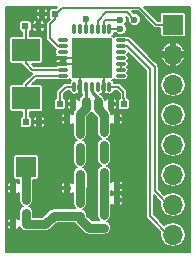
<source format=gtl>
G04 #@! TF.FileFunction,Copper,L1,Top,Signal*
%FSLAX46Y46*%
G04 Gerber Fmt 4.6, Leading zero omitted, Abs format (unit mm)*
G04 Created by KiCad (PCBNEW 4.0.5+dfsg1-4) date Sun Oct 15 17:49:37 2017*
%MOMM*%
%LPD*%
G01*
G04 APERTURE LIST*
%ADD10C,0.100000*%
%ADD11C,0.600000*%
%ADD12R,1.700000X1.700000*%
%ADD13R,0.600000X0.500000*%
%ADD14R,0.500000X0.600000*%
%ADD15O,1.700000X1.700000*%
%ADD16O,0.300000X0.850000*%
%ADD17O,0.850000X0.300000*%
%ADD18R,1.675000X1.675000*%
%ADD19R,2.400000X1.900000*%
%ADD20C,0.203200*%
%ADD21C,0.787400*%
%ADD22C,0.254000*%
%ADD23C,0.152400*%
G04 APERTURE END LIST*
D10*
D11*
X158369000Y-112649000D03*
X157480000Y-113030000D03*
X156210000Y-115570000D03*
X157480000Y-115570000D03*
X158750000Y-115189000D03*
X160274000Y-115189000D03*
X161671000Y-115697000D03*
X159385000Y-106807000D03*
X159385000Y-107950000D03*
X159385000Y-109093000D03*
X159385000Y-110236000D03*
X159385000Y-112522000D03*
X163957000Y-113665000D03*
X163957000Y-110236000D03*
X163957000Y-109093000D03*
X163957000Y-107950000D03*
X161671000Y-113665000D03*
X161671000Y-112522000D03*
X161671000Y-111379000D03*
X161671000Y-110236000D03*
X161671000Y-105664001D03*
X161671000Y-106807000D03*
X161671000Y-107950000D03*
D12*
X156083000Y-109601000D03*
D13*
X154974200Y-111378999D03*
X156074200Y-111378999D03*
X156074200Y-114427000D03*
X154974200Y-114427000D03*
D14*
X162687000Y-113623000D03*
X162687000Y-114723000D03*
D13*
X159571600Y-111378999D03*
X160671600Y-111378999D03*
X163795800Y-111252000D03*
X162695800Y-111252000D03*
D14*
X160655000Y-106765000D03*
X160655000Y-107865000D03*
X162687001Y-106638000D03*
X162687001Y-107738000D03*
D13*
X158962001Y-104267000D03*
X160062001Y-104267000D03*
X164380000Y-104267000D03*
X163280000Y-104267000D03*
D14*
X156083000Y-113453000D03*
X156083000Y-112353000D03*
X160655000Y-112607000D03*
X160655000Y-113707000D03*
D13*
X163795800Y-112395000D03*
X162695800Y-112395000D03*
D14*
X160655000Y-109051000D03*
X160655000Y-110151000D03*
X162687001Y-108924000D03*
X162687001Y-110024000D03*
D13*
X159546200Y-105537000D03*
X160646200Y-105537000D03*
X163795799Y-105537000D03*
X162695799Y-105537000D03*
D12*
X168529000Y-97536000D03*
D15*
X168529000Y-100076000D03*
X168529000Y-102616000D03*
X168529000Y-105156000D03*
X168529000Y-107696000D03*
X168529000Y-110236000D03*
X168529000Y-112776000D03*
X168529000Y-115316000D03*
D16*
X160147000Y-102817000D03*
X160647000Y-102817000D03*
X161147000Y-102817000D03*
X161647000Y-102817000D03*
X162147000Y-102817000D03*
X162647000Y-102817000D03*
X163147000Y-102817000D03*
D17*
X164097000Y-101867000D03*
X164097000Y-101367000D03*
X164097000Y-100867000D03*
X164097000Y-100367000D03*
X164097000Y-99867000D03*
X164097000Y-99367000D03*
X164097000Y-98867000D03*
D16*
X163147000Y-97917000D03*
X162647000Y-97917000D03*
X162147000Y-97917000D03*
X161647000Y-97917000D03*
X161147000Y-97917000D03*
X160647000Y-97917000D03*
X160147000Y-97917000D03*
D17*
X159197000Y-98867000D03*
X159197000Y-99367000D03*
X159197000Y-99867000D03*
X159197000Y-100367000D03*
X159197000Y-100867000D03*
X159197000Y-101367000D03*
X159197000Y-101867000D03*
D18*
X162484500Y-99529500D03*
X160809500Y-99529500D03*
X162484500Y-101204500D03*
X160809500Y-101204500D03*
D19*
X156083000Y-103777000D03*
X156083000Y-99677000D03*
D11*
X161671000Y-109093000D03*
D13*
X157183000Y-105791000D03*
X156083000Y-105791000D03*
X157141000Y-97663000D03*
X156041000Y-97663000D03*
X158538000Y-96647000D03*
X157438000Y-96647000D03*
D11*
X162484500Y-101204500D03*
X160809500Y-101204500D03*
X160809500Y-99529500D03*
X162484500Y-99529500D03*
X161163000Y-97028000D03*
X165267884Y-97119846D03*
X164084000Y-97113797D03*
X164084000Y-97917000D03*
D20*
X160647000Y-102817000D02*
X160647000Y-101367000D01*
X160647000Y-101367000D02*
X160809500Y-101204500D01*
X162647000Y-102817000D02*
X162647000Y-101367000D01*
X162647000Y-101367000D02*
X162484500Y-101204500D01*
X160809500Y-99529500D02*
X161414301Y-98924699D01*
X161414301Y-98924699D02*
X162194195Y-98924699D01*
X162194195Y-98924699D02*
X162484500Y-98924699D01*
X159197000Y-100867000D02*
X160472000Y-100867000D01*
X160472000Y-100867000D02*
X160809500Y-101204500D01*
X159197000Y-100367000D02*
X159972000Y-100367000D01*
X159972000Y-100367000D02*
X160809500Y-99529500D01*
D21*
X162695800Y-112395000D02*
X162695800Y-111252000D01*
X162695800Y-112395000D02*
X162695800Y-113614200D01*
X162695800Y-113614200D02*
X162687001Y-113623000D01*
X162687000Y-110024000D02*
X162687000Y-111243200D01*
X162687000Y-111243200D02*
X162695800Y-111252000D01*
X160671600Y-111379000D02*
X160671600Y-110167600D01*
X160671600Y-110167600D02*
X160655000Y-110151000D01*
X160655000Y-112607000D02*
X160655000Y-111395600D01*
X160655000Y-111395600D02*
X160671600Y-111379000D01*
D20*
X158538000Y-96647000D02*
X158538000Y-97100200D01*
X158538000Y-97100200D02*
X158115000Y-97523200D01*
X158115000Y-97523200D02*
X158115000Y-98703198D01*
X168148000Y-97536000D02*
X167094800Y-97536000D01*
X165661386Y-96102586D02*
X159132414Y-96102586D01*
X159132414Y-96102586D02*
X158588000Y-96647000D01*
X167094800Y-97536000D02*
X165661386Y-96102586D01*
X158588000Y-96647000D02*
X158538000Y-96647000D01*
X159197000Y-99367000D02*
X158778802Y-99367000D01*
X158778802Y-99367000D02*
X158115000Y-98703198D01*
X161163000Y-97028000D02*
X161163000Y-97901000D01*
X161163000Y-97901000D02*
X161147000Y-97917000D01*
X162147000Y-97917000D02*
X162147000Y-97214050D01*
X162147000Y-97214050D02*
X162852054Y-96508996D01*
X162852054Y-96508996D02*
X164657034Y-96508996D01*
X164657034Y-96508996D02*
X165267884Y-97119846D01*
X162647000Y-97917000D02*
X162647000Y-97288800D01*
X162647000Y-97288800D02*
X162748610Y-97187190D01*
X162748610Y-97187190D02*
X164010607Y-97187190D01*
X164010607Y-97187190D02*
X164084000Y-97113797D01*
X164084000Y-97917000D02*
X163147000Y-97917000D01*
X164097000Y-98867000D02*
X164725200Y-98867000D01*
X164725200Y-98867000D02*
X166993199Y-101134999D01*
X166993199Y-101134999D02*
X166993199Y-111621199D01*
X166993199Y-111621199D02*
X167298001Y-111926001D01*
X167298001Y-111926001D02*
X168148000Y-112776000D01*
X164097000Y-99367000D02*
X164645000Y-99367000D01*
X166586789Y-113754789D02*
X168148000Y-115316000D01*
X164645000Y-99367000D02*
X166586789Y-101308789D01*
X166586789Y-101308789D02*
X166586789Y-113754789D01*
X164097000Y-100867000D02*
X164097000Y-101367000D01*
D21*
X156074200Y-111378999D02*
X156074200Y-109609800D01*
X156074200Y-109609800D02*
X156083000Y-109601000D01*
X156074200Y-111378999D02*
X156074200Y-112344200D01*
X156074200Y-112344200D02*
X156083000Y-112353000D01*
X160655000Y-113707000D02*
X160655000Y-113976414D01*
X160655000Y-113976414D02*
X161401586Y-114723000D01*
X161401586Y-114723000D02*
X161649600Y-114723000D01*
X161649600Y-114723000D02*
X162687000Y-114723000D01*
X157734000Y-114427000D02*
X158454000Y-113707000D01*
X158454000Y-113707000D02*
X160655000Y-113707000D01*
X156074200Y-114427000D02*
X157734000Y-114427000D01*
X156083000Y-113453000D02*
X156083000Y-114418200D01*
X156083000Y-114418200D02*
X156074200Y-114427000D01*
D22*
X161163000Y-104013000D02*
X161147000Y-103997000D01*
X161147000Y-103997000D02*
X161147000Y-102817000D01*
D21*
X161163000Y-104597102D02*
X161163000Y-104013000D01*
X160646201Y-105537000D02*
X160646201Y-105113901D01*
X160646201Y-105113901D02*
X161163000Y-104597102D01*
X160655000Y-106765000D02*
X160655000Y-105545800D01*
X160655000Y-105545800D02*
X160646201Y-105537000D01*
X160655000Y-109051000D02*
X160655000Y-107865000D01*
D22*
X161647000Y-102817001D02*
X161647000Y-103271119D01*
X161647000Y-103271119D02*
X162153610Y-103777729D01*
X162153610Y-103777729D02*
X162153610Y-104013000D01*
D21*
X162153610Y-104622610D02*
X162153610Y-104013000D01*
X162695800Y-105537000D02*
X162695800Y-105164800D01*
X162695800Y-105164800D02*
X162153610Y-104622610D01*
X162695800Y-105537000D02*
X162695800Y-106629200D01*
X162695800Y-106629200D02*
X162687000Y-106638001D01*
X162687000Y-108924000D02*
X162687000Y-107738000D01*
D20*
X158962001Y-103292999D02*
X159438000Y-102817000D01*
X159438000Y-102817000D02*
X160147000Y-102817000D01*
X158962001Y-104267000D02*
X158962001Y-103292999D01*
X164338000Y-103251000D02*
X163904000Y-102817000D01*
X163904000Y-102817000D02*
X163147000Y-102817000D01*
X164338000Y-103771800D02*
X164338000Y-103251000D01*
X164380000Y-104267000D02*
X164380000Y-103813800D01*
X164380000Y-103813800D02*
X164338000Y-103771800D01*
X156083000Y-103777000D02*
X156083000Y-105791000D01*
X159197000Y-101867000D02*
X156839800Y-101867000D01*
X156839800Y-101867000D02*
X156083000Y-102623800D01*
X156083000Y-102623800D02*
X156083000Y-103777000D01*
X156083000Y-99677000D02*
X156083000Y-97705000D01*
X156083000Y-97705000D02*
X156041000Y-97663000D01*
X156083000Y-99677000D02*
X156083000Y-100830200D01*
X156083000Y-100830200D02*
X156619800Y-101367000D01*
X158568800Y-101367000D02*
X159197000Y-101367000D01*
X156619800Y-101367000D02*
X158568800Y-101367000D01*
D23*
G36*
X158604104Y-96163922D02*
X158238000Y-96163922D01*
X158153286Y-96179862D01*
X158075482Y-96229928D01*
X158023285Y-96306320D01*
X158004922Y-96397000D01*
X158004922Y-96897000D01*
X158020862Y-96981714D01*
X158070928Y-97059518D01*
X158095155Y-97076072D01*
X157881513Y-97289713D01*
X157809935Y-97396838D01*
X157784800Y-97523200D01*
X157784800Y-98703198D01*
X157809935Y-98829560D01*
X157881513Y-98936685D01*
X158545315Y-99600487D01*
X158611248Y-99644541D01*
X158559414Y-99722116D01*
X158530595Y-99867000D01*
X158559414Y-100011884D01*
X158626364Y-100112082D01*
X158567204Y-100234871D01*
X158609422Y-100292000D01*
X159019200Y-100292000D01*
X159019200Y-100245600D01*
X159374800Y-100245600D01*
X159374800Y-100292000D01*
X159394800Y-100292000D01*
X159394800Y-100442000D01*
X159374800Y-100442000D01*
X159374800Y-100792000D01*
X159394800Y-100792000D01*
X159394800Y-100942000D01*
X159374800Y-100942000D01*
X159374800Y-100988400D01*
X159019200Y-100988400D01*
X159019200Y-100942000D01*
X158609422Y-100942000D01*
X158567204Y-100999129D01*
X158585354Y-101036800D01*
X156756574Y-101036800D01*
X156579852Y-100860078D01*
X157283000Y-100860078D01*
X157367714Y-100844138D01*
X157445518Y-100794072D01*
X157497715Y-100717680D01*
X157516078Y-100627000D01*
X157516078Y-100499129D01*
X158567204Y-100499129D01*
X158623995Y-100617000D01*
X158567204Y-100734871D01*
X158609422Y-100792000D01*
X159019200Y-100792000D01*
X159019200Y-100442000D01*
X158609422Y-100442000D01*
X158567204Y-100499129D01*
X157516078Y-100499129D01*
X157516078Y-98727000D01*
X157500138Y-98642286D01*
X157450072Y-98564482D01*
X157373680Y-98512285D01*
X157283000Y-98493922D01*
X156413200Y-98493922D01*
X156413200Y-98132493D01*
X156425714Y-98130138D01*
X156503518Y-98080072D01*
X156555715Y-98003680D01*
X156574078Y-97913000D01*
X156574078Y-97845150D01*
X156612400Y-97845150D01*
X156612400Y-97958472D01*
X156647203Y-98042492D01*
X156711509Y-98106798D01*
X156795529Y-98141600D01*
X156933850Y-98141600D01*
X156991000Y-98084450D01*
X156991000Y-97788000D01*
X157291000Y-97788000D01*
X157291000Y-98084450D01*
X157348150Y-98141600D01*
X157486471Y-98141600D01*
X157570491Y-98106798D01*
X157634797Y-98042492D01*
X157669600Y-97958472D01*
X157669600Y-97845150D01*
X157612450Y-97788000D01*
X157291000Y-97788000D01*
X156991000Y-97788000D01*
X156669550Y-97788000D01*
X156612400Y-97845150D01*
X156574078Y-97845150D01*
X156574078Y-97413000D01*
X156565522Y-97367528D01*
X156612400Y-97367528D01*
X156612400Y-97480850D01*
X156669550Y-97538000D01*
X156991000Y-97538000D01*
X156991000Y-97241550D01*
X157291000Y-97241550D01*
X157291000Y-97538000D01*
X157612450Y-97538000D01*
X157669600Y-97480850D01*
X157669600Y-97367528D01*
X157634797Y-97283508D01*
X157570491Y-97219202D01*
X157486471Y-97184400D01*
X157348150Y-97184400D01*
X157291000Y-97241550D01*
X156991000Y-97241550D01*
X156933850Y-97184400D01*
X156795529Y-97184400D01*
X156711509Y-97219202D01*
X156647203Y-97283508D01*
X156612400Y-97367528D01*
X156565522Y-97367528D01*
X156558138Y-97328286D01*
X156508072Y-97250482D01*
X156431680Y-97198285D01*
X156341000Y-97179922D01*
X155741000Y-97179922D01*
X155656286Y-97195862D01*
X155578482Y-97245928D01*
X155526285Y-97322320D01*
X155507922Y-97413000D01*
X155507922Y-97913000D01*
X155523862Y-97997714D01*
X155573928Y-98075518D01*
X155650320Y-98127715D01*
X155741000Y-98146078D01*
X155752800Y-98146078D01*
X155752800Y-98493922D01*
X154883000Y-98493922D01*
X154798286Y-98509862D01*
X154720482Y-98559928D01*
X154668285Y-98636320D01*
X154649922Y-98727000D01*
X154649922Y-100627000D01*
X154665862Y-100711714D01*
X154715928Y-100789518D01*
X154792320Y-100841715D01*
X154883000Y-100860078D01*
X155758743Y-100860078D01*
X155777935Y-100956562D01*
X155849513Y-101063687D01*
X156386313Y-101600487D01*
X156493438Y-101672065D01*
X156555430Y-101684396D01*
X155849513Y-102390313D01*
X155777935Y-102497438D01*
X155758743Y-102593922D01*
X154883000Y-102593922D01*
X154798286Y-102609862D01*
X154720482Y-102659928D01*
X154668285Y-102736320D01*
X154649922Y-102827000D01*
X154649922Y-104727000D01*
X154665862Y-104811714D01*
X154715928Y-104889518D01*
X154792320Y-104941715D01*
X154883000Y-104960078D01*
X155752800Y-104960078D01*
X155752800Y-105313605D01*
X155698286Y-105323862D01*
X155620482Y-105373928D01*
X155568285Y-105450320D01*
X155549922Y-105541000D01*
X155549922Y-106041000D01*
X155565862Y-106125714D01*
X155615928Y-106203518D01*
X155692320Y-106255715D01*
X155783000Y-106274078D01*
X156383000Y-106274078D01*
X156467714Y-106258138D01*
X156545518Y-106208072D01*
X156597715Y-106131680D01*
X156616078Y-106041000D01*
X156616078Y-105973150D01*
X156654400Y-105973150D01*
X156654400Y-106086472D01*
X156689203Y-106170492D01*
X156753509Y-106234798D01*
X156837529Y-106269600D01*
X156975850Y-106269600D01*
X157033000Y-106212450D01*
X157033000Y-105916000D01*
X157333000Y-105916000D01*
X157333000Y-106212450D01*
X157390150Y-106269600D01*
X157528471Y-106269600D01*
X157612491Y-106234798D01*
X157676797Y-106170492D01*
X157711600Y-106086472D01*
X157711600Y-105973150D01*
X157654450Y-105916000D01*
X157333000Y-105916000D01*
X157033000Y-105916000D01*
X156711550Y-105916000D01*
X156654400Y-105973150D01*
X156616078Y-105973150D01*
X156616078Y-105719150D01*
X159017600Y-105719150D01*
X159017600Y-105832472D01*
X159052403Y-105916492D01*
X159116709Y-105980798D01*
X159200729Y-106015600D01*
X159339050Y-106015600D01*
X159396200Y-105958450D01*
X159396200Y-105662000D01*
X159074750Y-105662000D01*
X159017600Y-105719150D01*
X156616078Y-105719150D01*
X156616078Y-105541000D01*
X156607522Y-105495528D01*
X156654400Y-105495528D01*
X156654400Y-105608850D01*
X156711550Y-105666000D01*
X157033000Y-105666000D01*
X157033000Y-105369550D01*
X157333000Y-105369550D01*
X157333000Y-105666000D01*
X157654450Y-105666000D01*
X157711600Y-105608850D01*
X157711600Y-105495528D01*
X157676797Y-105411508D01*
X157612491Y-105347202D01*
X157528471Y-105312400D01*
X157390150Y-105312400D01*
X157333000Y-105369550D01*
X157033000Y-105369550D01*
X156975850Y-105312400D01*
X156837529Y-105312400D01*
X156753509Y-105347202D01*
X156689203Y-105411508D01*
X156654400Y-105495528D01*
X156607522Y-105495528D01*
X156600138Y-105456286D01*
X156550072Y-105378482D01*
X156473680Y-105326285D01*
X156413200Y-105314038D01*
X156413200Y-105241528D01*
X159017600Y-105241528D01*
X159017600Y-105354850D01*
X159074750Y-105412000D01*
X159396200Y-105412000D01*
X159396200Y-105115550D01*
X159339050Y-105058400D01*
X159200729Y-105058400D01*
X159116709Y-105093202D01*
X159052403Y-105157508D01*
X159017600Y-105241528D01*
X156413200Y-105241528D01*
X156413200Y-104960078D01*
X157283000Y-104960078D01*
X157367714Y-104944138D01*
X157445518Y-104894072D01*
X157497715Y-104817680D01*
X157516078Y-104727000D01*
X157516078Y-102827000D01*
X157500138Y-102742286D01*
X157450072Y-102664482D01*
X157373680Y-102612285D01*
X157283000Y-102593922D01*
X156579852Y-102593922D01*
X156976574Y-102197200D01*
X158735006Y-102197200D01*
X158764311Y-102216781D01*
X158909195Y-102245600D01*
X159484805Y-102245600D01*
X159629689Y-102216781D01*
X159752516Y-102134711D01*
X159758968Y-102125055D01*
X159778202Y-102171491D01*
X159842508Y-102235797D01*
X159888945Y-102255032D01*
X159879289Y-102261484D01*
X159797219Y-102384311D01*
X159776833Y-102486800D01*
X159438000Y-102486800D01*
X159311638Y-102511935D01*
X159204513Y-102583513D01*
X159204511Y-102583516D01*
X158728514Y-103059512D01*
X158656936Y-103166637D01*
X158631801Y-103292999D01*
X158631801Y-103789605D01*
X158577287Y-103799862D01*
X158499483Y-103849928D01*
X158447286Y-103926320D01*
X158428923Y-104017000D01*
X158428923Y-104517000D01*
X158444863Y-104601714D01*
X158494929Y-104679518D01*
X158571321Y-104731715D01*
X158662001Y-104750078D01*
X159262001Y-104750078D01*
X159346715Y-104734138D01*
X159424519Y-104684072D01*
X159476716Y-104607680D01*
X159495079Y-104517000D01*
X159495079Y-104449150D01*
X159533401Y-104449150D01*
X159533401Y-104562472D01*
X159568204Y-104646492D01*
X159632510Y-104710798D01*
X159716530Y-104745600D01*
X159854851Y-104745600D01*
X159912001Y-104688450D01*
X159912001Y-104392000D01*
X159590551Y-104392000D01*
X159533401Y-104449150D01*
X159495079Y-104449150D01*
X159495079Y-104017000D01*
X159486523Y-103971528D01*
X159533401Y-103971528D01*
X159533401Y-104084850D01*
X159590551Y-104142000D01*
X159912001Y-104142000D01*
X159912001Y-103845550D01*
X159854851Y-103788400D01*
X159716530Y-103788400D01*
X159632510Y-103823202D01*
X159568204Y-103887508D01*
X159533401Y-103971528D01*
X159486523Y-103971528D01*
X159479139Y-103932286D01*
X159429073Y-103854482D01*
X159352681Y-103802285D01*
X159292201Y-103790038D01*
X159292201Y-103429773D01*
X159574773Y-103147200D01*
X159776833Y-103147200D01*
X159797219Y-103249689D01*
X159879289Y-103372516D01*
X160002116Y-103454586D01*
X160147000Y-103483405D01*
X160291884Y-103454586D01*
X160392082Y-103387636D01*
X160514871Y-103446796D01*
X160572000Y-103404578D01*
X160572000Y-102994800D01*
X160525600Y-102994800D01*
X160525600Y-102639200D01*
X160572000Y-102639200D01*
X160572000Y-102270600D01*
X160574550Y-102270600D01*
X160631698Y-102213452D01*
X160631698Y-102270600D01*
X160722000Y-102270600D01*
X160722000Y-102639200D01*
X160768400Y-102639200D01*
X160768400Y-102994800D01*
X160722000Y-102994800D01*
X160722000Y-103404578D01*
X160779129Y-103446796D01*
X160791400Y-103440884D01*
X160791400Y-103527242D01*
X160722967Y-103572967D01*
X160588070Y-103774856D01*
X160562462Y-103903596D01*
X160555798Y-103887508D01*
X160491492Y-103823202D01*
X160407472Y-103788400D01*
X160269151Y-103788400D01*
X160212001Y-103845550D01*
X160212001Y-104142000D01*
X160259801Y-104142000D01*
X160259801Y-104392000D01*
X160212001Y-104392000D01*
X160212001Y-104668035D01*
X160206168Y-104673868D01*
X160071271Y-104875757D01*
X160023900Y-105113901D01*
X160023901Y-105113906D01*
X160023901Y-105141412D01*
X159975691Y-105093202D01*
X159891671Y-105058400D01*
X159753350Y-105058400D01*
X159696200Y-105115550D01*
X159696200Y-105412000D01*
X159744000Y-105412000D01*
X159744000Y-105662000D01*
X159696200Y-105662000D01*
X159696200Y-105958450D01*
X159753350Y-106015600D01*
X159891671Y-106015600D01*
X159975691Y-105980798D01*
X160032700Y-105923789D01*
X160032700Y-106765000D01*
X160080070Y-107003144D01*
X160214967Y-107205033D01*
X160229865Y-107214987D01*
X160237928Y-107227518D01*
X160314320Y-107279715D01*
X160332137Y-107283323D01*
X160379545Y-107315000D01*
X160334314Y-107345222D01*
X160320286Y-107347862D01*
X160242482Y-107397928D01*
X160231601Y-107413853D01*
X160214967Y-107424967D01*
X160080070Y-107626856D01*
X160032700Y-107865000D01*
X160032700Y-109051000D01*
X160080070Y-109289144D01*
X160214967Y-109491033D01*
X160229865Y-109500987D01*
X160237928Y-109513518D01*
X160314320Y-109565715D01*
X160332137Y-109569323D01*
X160379545Y-109601000D01*
X160334314Y-109631222D01*
X160320286Y-109633862D01*
X160242482Y-109683928D01*
X160231601Y-109699853D01*
X160214967Y-109710967D01*
X160080070Y-109912856D01*
X160032699Y-110151000D01*
X160049300Y-110234457D01*
X160049300Y-110983410D01*
X160001091Y-110935201D01*
X159917071Y-110900399D01*
X159778750Y-110900399D01*
X159721600Y-110957549D01*
X159721600Y-111253999D01*
X159769400Y-111253999D01*
X159769400Y-111503999D01*
X159721600Y-111503999D01*
X159721600Y-111800449D01*
X159778750Y-111857599D01*
X159917071Y-111857599D01*
X160001091Y-111822797D01*
X160032700Y-111791188D01*
X160032700Y-112607000D01*
X160080070Y-112845144D01*
X160214967Y-113047033D01*
X160229865Y-113056987D01*
X160237928Y-113069518D01*
X160260147Y-113084700D01*
X158454005Y-113084700D01*
X158454000Y-113084699D01*
X158267914Y-113121715D01*
X158215856Y-113132070D01*
X158013967Y-113266967D01*
X158013965Y-113266970D01*
X157476234Y-113804700D01*
X156705300Y-113804700D01*
X156705300Y-113453000D01*
X156657930Y-113214856D01*
X156523033Y-113012967D01*
X156508135Y-113003013D01*
X156500072Y-112990482D01*
X156423680Y-112938285D01*
X156405863Y-112934677D01*
X156358454Y-112903000D01*
X156403685Y-112872778D01*
X156417714Y-112870138D01*
X156495518Y-112820072D01*
X156506401Y-112804145D01*
X156523032Y-112793032D01*
X156657930Y-112591144D01*
X156705301Y-112353000D01*
X156696500Y-112308756D01*
X156696500Y-111561149D01*
X159043000Y-111561149D01*
X159043000Y-111674471D01*
X159077803Y-111758491D01*
X159142109Y-111822797D01*
X159226129Y-111857599D01*
X159364450Y-111857599D01*
X159421600Y-111800449D01*
X159421600Y-111503999D01*
X159100150Y-111503999D01*
X159043000Y-111561149D01*
X156696500Y-111561149D01*
X156696500Y-111083527D01*
X159043000Y-111083527D01*
X159043000Y-111196849D01*
X159100150Y-111253999D01*
X159421600Y-111253999D01*
X159421600Y-110957549D01*
X159364450Y-110900399D01*
X159226129Y-110900399D01*
X159142109Y-110935201D01*
X159077803Y-110999507D01*
X159043000Y-111083527D01*
X156696500Y-111083527D01*
X156696500Y-110684078D01*
X156933000Y-110684078D01*
X157017714Y-110668138D01*
X157095518Y-110618072D01*
X157147715Y-110541680D01*
X157166078Y-110451000D01*
X157166078Y-108751000D01*
X157150138Y-108666286D01*
X157100072Y-108588482D01*
X157023680Y-108536285D01*
X156933000Y-108517922D01*
X155233000Y-108517922D01*
X155148286Y-108533862D01*
X155070482Y-108583928D01*
X155018285Y-108660320D01*
X154999922Y-108751000D01*
X154999922Y-110451000D01*
X155015862Y-110535714D01*
X155065928Y-110613518D01*
X155142320Y-110665715D01*
X155233000Y-110684078D01*
X155451900Y-110684078D01*
X155451900Y-110983410D01*
X155403691Y-110935201D01*
X155319671Y-110900399D01*
X155181350Y-110900399D01*
X155124200Y-110957549D01*
X155124200Y-111253999D01*
X155172000Y-111253999D01*
X155172000Y-111503999D01*
X155124200Y-111503999D01*
X155124200Y-111800449D01*
X155181350Y-111857599D01*
X155319671Y-111857599D01*
X155403691Y-111822797D01*
X155451900Y-111774588D01*
X155451900Y-112344195D01*
X155451899Y-112344200D01*
X155499270Y-112582344D01*
X155634167Y-112784233D01*
X155642967Y-112793032D01*
X155657863Y-112802986D01*
X155665928Y-112815518D01*
X155742320Y-112867715D01*
X155760138Y-112871323D01*
X155807546Y-112903000D01*
X155762314Y-112933222D01*
X155748286Y-112935862D01*
X155670482Y-112985928D01*
X155659601Y-113001853D01*
X155642967Y-113012967D01*
X155508070Y-113214856D01*
X155460700Y-113453000D01*
X155460700Y-114040211D01*
X155403691Y-113983202D01*
X155319671Y-113948400D01*
X155181350Y-113948400D01*
X155124200Y-114005550D01*
X155124200Y-114302000D01*
X155172000Y-114302000D01*
X155172000Y-114552000D01*
X155124200Y-114552000D01*
X155124200Y-114848450D01*
X155181350Y-114905600D01*
X155319671Y-114905600D01*
X155403691Y-114870798D01*
X155467997Y-114806492D01*
X155502800Y-114722472D01*
X155502800Y-114670427D01*
X155554422Y-114747686D01*
X155557062Y-114761714D01*
X155607128Y-114839518D01*
X155623053Y-114850399D01*
X155634167Y-114867033D01*
X155836056Y-115001930D01*
X156074200Y-115049301D01*
X156074205Y-115049300D01*
X157733995Y-115049300D01*
X157734000Y-115049301D01*
X157972144Y-115001930D01*
X158174033Y-114867033D01*
X158711765Y-114329300D01*
X160156738Y-114329300D01*
X160214967Y-114416447D01*
X160961553Y-115163033D01*
X161163442Y-115297930D01*
X161401586Y-115345301D01*
X161401591Y-115345300D01*
X162687000Y-115345300D01*
X162925144Y-115297930D01*
X163007686Y-115242778D01*
X163021714Y-115240138D01*
X163099518Y-115190072D01*
X163110399Y-115174147D01*
X163127033Y-115163033D01*
X163261930Y-114961144D01*
X163309300Y-114723000D01*
X163261930Y-114484856D01*
X163127033Y-114282967D01*
X163112135Y-114273013D01*
X163104072Y-114260482D01*
X163027680Y-114208285D01*
X163009863Y-114204677D01*
X162962459Y-114173003D01*
X163007691Y-114142777D01*
X163021714Y-114140138D01*
X163099518Y-114090072D01*
X163110407Y-114074136D01*
X163127059Y-114063008D01*
X163135830Y-114054235D01*
X163135833Y-114054233D01*
X163135835Y-114054230D01*
X163135857Y-114054208D01*
X163198889Y-113959862D01*
X163270730Y-113852344D01*
X163270734Y-113852325D01*
X163270743Y-113852311D01*
X163293492Y-113737914D01*
X163318100Y-113614200D01*
X163318100Y-112790589D01*
X163366309Y-112838798D01*
X163450329Y-112873600D01*
X163588650Y-112873600D01*
X163645800Y-112816450D01*
X163645800Y-112520000D01*
X163945800Y-112520000D01*
X163945800Y-112816450D01*
X164002950Y-112873600D01*
X164141271Y-112873600D01*
X164225291Y-112838798D01*
X164289597Y-112774492D01*
X164324400Y-112690472D01*
X164324400Y-112577150D01*
X164267250Y-112520000D01*
X163945800Y-112520000D01*
X163645800Y-112520000D01*
X163598000Y-112520000D01*
X163598000Y-112270000D01*
X163645800Y-112270000D01*
X163645800Y-111973550D01*
X163945800Y-111973550D01*
X163945800Y-112270000D01*
X164267250Y-112270000D01*
X164324400Y-112212850D01*
X164324400Y-112099528D01*
X164289597Y-112015508D01*
X164225291Y-111951202D01*
X164141271Y-111916400D01*
X164002950Y-111916400D01*
X163945800Y-111973550D01*
X163645800Y-111973550D01*
X163588650Y-111916400D01*
X163450329Y-111916400D01*
X163366309Y-111951202D01*
X163318100Y-111999411D01*
X163318100Y-111647589D01*
X163366309Y-111695798D01*
X163450329Y-111730600D01*
X163588650Y-111730600D01*
X163645800Y-111673450D01*
X163645800Y-111377000D01*
X163945800Y-111377000D01*
X163945800Y-111673450D01*
X164002950Y-111730600D01*
X164141271Y-111730600D01*
X164225291Y-111695798D01*
X164289597Y-111631492D01*
X164324400Y-111547472D01*
X164324400Y-111434150D01*
X164267250Y-111377000D01*
X163945800Y-111377000D01*
X163645800Y-111377000D01*
X163598000Y-111377000D01*
X163598000Y-111127000D01*
X163645800Y-111127000D01*
X163645800Y-110830550D01*
X163945800Y-110830550D01*
X163945800Y-111127000D01*
X164267250Y-111127000D01*
X164324400Y-111069850D01*
X164324400Y-110956528D01*
X164289597Y-110872508D01*
X164225291Y-110808202D01*
X164141271Y-110773400D01*
X164002950Y-110773400D01*
X163945800Y-110830550D01*
X163645800Y-110830550D01*
X163588650Y-110773400D01*
X163450329Y-110773400D01*
X163366309Y-110808202D01*
X163309300Y-110865211D01*
X163309300Y-110024000D01*
X163261930Y-109785856D01*
X163127033Y-109583967D01*
X163112137Y-109574014D01*
X163104073Y-109561482D01*
X163027681Y-109509285D01*
X163009862Y-109505677D01*
X162962455Y-109474000D01*
X163007686Y-109443778D01*
X163021715Y-109441138D01*
X163099519Y-109391072D01*
X163110401Y-109375146D01*
X163127033Y-109364033D01*
X163261930Y-109162144D01*
X163309300Y-108924000D01*
X163309300Y-107738000D01*
X163261930Y-107499856D01*
X163127033Y-107297967D01*
X163112137Y-107288014D01*
X163104073Y-107275482D01*
X163027681Y-107223285D01*
X163009862Y-107219677D01*
X162962459Y-107188003D01*
X163007691Y-107157777D01*
X163021715Y-107155138D01*
X163099519Y-107105072D01*
X163110408Y-107089135D01*
X163127058Y-107078009D01*
X163135830Y-107069235D01*
X163135833Y-107069233D01*
X163135835Y-107069230D01*
X163135858Y-107069207D01*
X163201484Y-106970978D01*
X163270730Y-106867344D01*
X163270733Y-106867327D01*
X163270744Y-106867311D01*
X163296643Y-106737072D01*
X163318100Y-106629200D01*
X163318100Y-106629169D01*
X163318101Y-106629164D01*
X163318100Y-106629159D01*
X163318100Y-105932590D01*
X163366308Y-105980798D01*
X163450328Y-106015600D01*
X163588649Y-106015600D01*
X163645799Y-105958450D01*
X163645799Y-105662000D01*
X163945799Y-105662000D01*
X163945799Y-105958450D01*
X164002949Y-106015600D01*
X164141270Y-106015600D01*
X164225290Y-105980798D01*
X164289596Y-105916492D01*
X164324399Y-105832472D01*
X164324399Y-105719150D01*
X164267249Y-105662000D01*
X163945799Y-105662000D01*
X163645799Y-105662000D01*
X163597999Y-105662000D01*
X163597999Y-105412000D01*
X163645799Y-105412000D01*
X163645799Y-105115550D01*
X163945799Y-105115550D01*
X163945799Y-105412000D01*
X164267249Y-105412000D01*
X164324399Y-105354850D01*
X164324399Y-105241528D01*
X164289596Y-105157508D01*
X164225290Y-105093202D01*
X164141270Y-105058400D01*
X164002949Y-105058400D01*
X163945799Y-105115550D01*
X163645799Y-105115550D01*
X163588649Y-105058400D01*
X163450328Y-105058400D01*
X163366308Y-105093202D01*
X163314219Y-105145291D01*
X163270730Y-104926656D01*
X163135833Y-104724767D01*
X163135830Y-104724765D01*
X163114758Y-104703692D01*
X163130000Y-104688450D01*
X163130000Y-104392000D01*
X163430000Y-104392000D01*
X163430000Y-104688450D01*
X163487150Y-104745600D01*
X163625471Y-104745600D01*
X163709491Y-104710798D01*
X163773797Y-104646492D01*
X163808600Y-104562472D01*
X163808600Y-104449150D01*
X163751450Y-104392000D01*
X163430000Y-104392000D01*
X163130000Y-104392000D01*
X163082200Y-104392000D01*
X163082200Y-104142000D01*
X163130000Y-104142000D01*
X163130000Y-103845550D01*
X163430000Y-103845550D01*
X163430000Y-104142000D01*
X163751450Y-104142000D01*
X163808600Y-104084850D01*
X163808600Y-103971528D01*
X163773797Y-103887508D01*
X163709491Y-103823202D01*
X163625471Y-103788400D01*
X163487150Y-103788400D01*
X163430000Y-103845550D01*
X163130000Y-103845550D01*
X163072850Y-103788400D01*
X162934529Y-103788400D01*
X162850509Y-103823202D01*
X162786203Y-103887508D01*
X162762385Y-103945008D01*
X162728540Y-103774856D01*
X162593643Y-103572967D01*
X162391754Y-103438070D01*
X162333842Y-103426551D01*
X162392082Y-103387636D01*
X162514871Y-103446796D01*
X162572000Y-103404578D01*
X162572000Y-102994800D01*
X162525600Y-102994800D01*
X162525600Y-102639200D01*
X162572000Y-102639200D01*
X162572000Y-102270600D01*
X162662302Y-102270600D01*
X162662302Y-102213452D01*
X162719450Y-102270600D01*
X162722000Y-102270600D01*
X162722000Y-102639200D01*
X162768400Y-102639200D01*
X162768400Y-102994800D01*
X162722000Y-102994800D01*
X162722000Y-103404578D01*
X162779129Y-103446796D01*
X162901918Y-103387636D01*
X163002116Y-103454586D01*
X163147000Y-103483405D01*
X163291884Y-103454586D01*
X163414711Y-103372516D01*
X163496781Y-103249689D01*
X163517167Y-103147200D01*
X163767226Y-103147200D01*
X164007800Y-103387773D01*
X164007800Y-103771800D01*
X164012729Y-103796580D01*
X163995286Y-103799862D01*
X163917482Y-103849928D01*
X163865285Y-103926320D01*
X163846922Y-104017000D01*
X163846922Y-104517000D01*
X163862862Y-104601714D01*
X163912928Y-104679518D01*
X163989320Y-104731715D01*
X164080000Y-104750078D01*
X164680000Y-104750078D01*
X164764714Y-104734138D01*
X164842518Y-104684072D01*
X164894715Y-104607680D01*
X164913078Y-104517000D01*
X164913078Y-104017000D01*
X164897138Y-103932286D01*
X164847072Y-103854482D01*
X164770680Y-103802285D01*
X164705276Y-103789040D01*
X164685065Y-103687438D01*
X164668200Y-103662198D01*
X164668200Y-103251005D01*
X164668201Y-103251000D01*
X164643065Y-103124638D01*
X164629813Y-103104805D01*
X164571487Y-103017513D01*
X164571484Y-103017511D01*
X164137487Y-102583513D01*
X164030362Y-102511935D01*
X163904000Y-102486800D01*
X163517167Y-102486800D01*
X163496781Y-102384311D01*
X163414711Y-102261484D01*
X163405055Y-102255032D01*
X163451492Y-102235797D01*
X163515798Y-102171491D01*
X163535032Y-102125055D01*
X163541484Y-102134711D01*
X163664311Y-102216781D01*
X163809195Y-102245600D01*
X164384805Y-102245600D01*
X164529689Y-102216781D01*
X164652516Y-102134711D01*
X164734586Y-102011884D01*
X164763405Y-101867000D01*
X164734586Y-101722116D01*
X164664350Y-101617000D01*
X164734586Y-101511884D01*
X164763405Y-101367000D01*
X164734586Y-101222116D01*
X164664350Y-101117000D01*
X164734586Y-101011884D01*
X164763405Y-100867000D01*
X164734586Y-100722116D01*
X164664350Y-100617000D01*
X164734586Y-100511884D01*
X164763405Y-100367000D01*
X164734586Y-100222116D01*
X164664350Y-100117000D01*
X164734586Y-100011884D01*
X164749240Y-99938214D01*
X166256589Y-101445562D01*
X166256589Y-113754789D01*
X166281724Y-113881151D01*
X166353302Y-113988276D01*
X167471039Y-115106012D01*
X167429269Y-115316000D01*
X167511373Y-115728762D01*
X167745184Y-116078685D01*
X168095107Y-116312496D01*
X168507869Y-116394600D01*
X168550131Y-116394600D01*
X168962893Y-116312496D01*
X169312816Y-116078685D01*
X169546627Y-115728762D01*
X169628731Y-115316000D01*
X169546627Y-114903238D01*
X169312816Y-114553315D01*
X168962893Y-114319504D01*
X168550131Y-114237400D01*
X168507869Y-114237400D01*
X168095107Y-114319504D01*
X167809388Y-114510415D01*
X166916989Y-113618015D01*
X166916989Y-112011963D01*
X167471038Y-112566012D01*
X167429269Y-112776000D01*
X167511373Y-113188762D01*
X167745184Y-113538685D01*
X168095107Y-113772496D01*
X168507869Y-113854600D01*
X168550131Y-113854600D01*
X168962893Y-113772496D01*
X169312816Y-113538685D01*
X169546627Y-113188762D01*
X169628731Y-112776000D01*
X169546627Y-112363238D01*
X169312816Y-112013315D01*
X168962893Y-111779504D01*
X168550131Y-111697400D01*
X168507869Y-111697400D01*
X168095107Y-111779504D01*
X167809389Y-111970415D01*
X167323399Y-111484425D01*
X167323399Y-110236000D01*
X167429269Y-110236000D01*
X167511373Y-110648762D01*
X167745184Y-110998685D01*
X168095107Y-111232496D01*
X168507869Y-111314600D01*
X168550131Y-111314600D01*
X168962893Y-111232496D01*
X169312816Y-110998685D01*
X169546627Y-110648762D01*
X169628731Y-110236000D01*
X169546627Y-109823238D01*
X169312816Y-109473315D01*
X168962893Y-109239504D01*
X168550131Y-109157400D01*
X168507869Y-109157400D01*
X168095107Y-109239504D01*
X167745184Y-109473315D01*
X167511373Y-109823238D01*
X167429269Y-110236000D01*
X167323399Y-110236000D01*
X167323399Y-107696000D01*
X167429269Y-107696000D01*
X167511373Y-108108762D01*
X167745184Y-108458685D01*
X168095107Y-108692496D01*
X168507869Y-108774600D01*
X168550131Y-108774600D01*
X168962893Y-108692496D01*
X169312816Y-108458685D01*
X169546627Y-108108762D01*
X169628731Y-107696000D01*
X169546627Y-107283238D01*
X169312816Y-106933315D01*
X168962893Y-106699504D01*
X168550131Y-106617400D01*
X168507869Y-106617400D01*
X168095107Y-106699504D01*
X167745184Y-106933315D01*
X167511373Y-107283238D01*
X167429269Y-107696000D01*
X167323399Y-107696000D01*
X167323399Y-105156000D01*
X167429269Y-105156000D01*
X167511373Y-105568762D01*
X167745184Y-105918685D01*
X168095107Y-106152496D01*
X168507869Y-106234600D01*
X168550131Y-106234600D01*
X168962893Y-106152496D01*
X169312816Y-105918685D01*
X169546627Y-105568762D01*
X169628731Y-105156000D01*
X169546627Y-104743238D01*
X169312816Y-104393315D01*
X168962893Y-104159504D01*
X168550131Y-104077400D01*
X168507869Y-104077400D01*
X168095107Y-104159504D01*
X167745184Y-104393315D01*
X167511373Y-104743238D01*
X167429269Y-105156000D01*
X167323399Y-105156000D01*
X167323399Y-102616000D01*
X167429269Y-102616000D01*
X167511373Y-103028762D01*
X167745184Y-103378685D01*
X168095107Y-103612496D01*
X168507869Y-103694600D01*
X168550131Y-103694600D01*
X168962893Y-103612496D01*
X169312816Y-103378685D01*
X169546627Y-103028762D01*
X169628731Y-102616000D01*
X169546627Y-102203238D01*
X169312816Y-101853315D01*
X168962893Y-101619504D01*
X168550131Y-101537400D01*
X168507869Y-101537400D01*
X168095107Y-101619504D01*
X167745184Y-101853315D01*
X167511373Y-102203238D01*
X167429269Y-102616000D01*
X167323399Y-102616000D01*
X167323399Y-101135004D01*
X167323400Y-101134999D01*
X167298264Y-101008637D01*
X167226686Y-100901512D01*
X166743207Y-100418033D01*
X167506068Y-100418033D01*
X167563809Y-100557480D01*
X167821534Y-100890192D01*
X168186964Y-101098951D01*
X168351200Y-101082713D01*
X168351200Y-100253800D01*
X168706800Y-100253800D01*
X168706800Y-101082713D01*
X168871036Y-101098951D01*
X169236466Y-100890192D01*
X169494191Y-100557480D01*
X169551932Y-100418033D01*
X169534856Y-100253800D01*
X168706800Y-100253800D01*
X168351200Y-100253800D01*
X167523144Y-100253800D01*
X167506068Y-100418033D01*
X166743207Y-100418033D01*
X166059141Y-99733967D01*
X167506068Y-99733967D01*
X167523144Y-99898200D01*
X168351200Y-99898200D01*
X168351200Y-99069287D01*
X168706800Y-99069287D01*
X168706800Y-99898200D01*
X169534856Y-99898200D01*
X169551932Y-99733967D01*
X169494191Y-99594520D01*
X169236466Y-99261808D01*
X168871036Y-99053049D01*
X168706800Y-99069287D01*
X168351200Y-99069287D01*
X168186964Y-99053049D01*
X167821534Y-99261808D01*
X167563809Y-99594520D01*
X167506068Y-99733967D01*
X166059141Y-99733967D01*
X164958687Y-98633513D01*
X164851562Y-98561935D01*
X164725200Y-98536800D01*
X164558994Y-98536800D01*
X164529689Y-98517219D01*
X164384805Y-98488400D01*
X163809195Y-98488400D01*
X163664311Y-98517219D01*
X163541484Y-98599289D01*
X163535032Y-98608945D01*
X163515798Y-98562509D01*
X163451492Y-98498203D01*
X163405055Y-98478968D01*
X163414711Y-98472516D01*
X163496781Y-98349689D01*
X163517167Y-98247200D01*
X163666722Y-98247200D01*
X163784181Y-98364864D01*
X163978394Y-98445508D01*
X164188684Y-98445692D01*
X164383037Y-98365387D01*
X164531864Y-98216819D01*
X164612508Y-98022606D01*
X164612692Y-97812316D01*
X164532387Y-97617963D01*
X164429953Y-97515350D01*
X164531864Y-97413616D01*
X164612508Y-97219403D01*
X164612692Y-97009113D01*
X164558132Y-96877068D01*
X164739337Y-97058273D01*
X164739192Y-97224530D01*
X164819497Y-97418883D01*
X164968065Y-97567710D01*
X165162278Y-97648354D01*
X165372568Y-97648538D01*
X165566921Y-97568233D01*
X165715748Y-97419665D01*
X165796392Y-97225452D01*
X165796576Y-97015162D01*
X165716271Y-96820809D01*
X165567703Y-96671982D01*
X165373490Y-96591338D01*
X165206203Y-96591192D01*
X165047798Y-96432786D01*
X165524612Y-96432786D01*
X166861311Y-97769484D01*
X166861313Y-97769487D01*
X166924032Y-97811394D01*
X166968438Y-97841065D01*
X167094800Y-97866201D01*
X167094805Y-97866200D01*
X167445922Y-97866200D01*
X167445922Y-98386000D01*
X167461862Y-98470714D01*
X167511928Y-98548518D01*
X167588320Y-98600715D01*
X167679000Y-98619078D01*
X169379000Y-98619078D01*
X169463714Y-98603138D01*
X169541518Y-98553072D01*
X169593715Y-98476680D01*
X169612078Y-98386000D01*
X169612078Y-96686000D01*
X169596138Y-96601286D01*
X169546072Y-96523482D01*
X169469680Y-96471285D01*
X169379000Y-96452922D01*
X167679000Y-96452922D01*
X167594286Y-96468862D01*
X167516482Y-96518928D01*
X167464285Y-96595320D01*
X167445922Y-96686000D01*
X167445922Y-97205800D01*
X167231573Y-97205800D01*
X166087374Y-96061600D01*
X170003400Y-96061600D01*
X170003400Y-116790400D01*
X154354600Y-116790400D01*
X154354600Y-114609150D01*
X154445600Y-114609150D01*
X154445600Y-114722472D01*
X154480403Y-114806492D01*
X154544709Y-114870798D01*
X154628729Y-114905600D01*
X154767050Y-114905600D01*
X154824200Y-114848450D01*
X154824200Y-114552000D01*
X154502750Y-114552000D01*
X154445600Y-114609150D01*
X154354600Y-114609150D01*
X154354600Y-114131528D01*
X154445600Y-114131528D01*
X154445600Y-114244850D01*
X154502750Y-114302000D01*
X154824200Y-114302000D01*
X154824200Y-114005550D01*
X154767050Y-113948400D01*
X154628729Y-113948400D01*
X154544709Y-113983202D01*
X154480403Y-114047508D01*
X154445600Y-114131528D01*
X154354600Y-114131528D01*
X154354600Y-111561149D01*
X154445600Y-111561149D01*
X154445600Y-111674471D01*
X154480403Y-111758491D01*
X154544709Y-111822797D01*
X154628729Y-111857599D01*
X154767050Y-111857599D01*
X154824200Y-111800449D01*
X154824200Y-111503999D01*
X154502750Y-111503999D01*
X154445600Y-111561149D01*
X154354600Y-111561149D01*
X154354600Y-111083527D01*
X154445600Y-111083527D01*
X154445600Y-111196849D01*
X154502750Y-111253999D01*
X154824200Y-111253999D01*
X154824200Y-110957549D01*
X154767050Y-110900399D01*
X154628729Y-110900399D01*
X154544709Y-110935201D01*
X154480403Y-110999507D01*
X154445600Y-111083527D01*
X154354600Y-111083527D01*
X154354600Y-96829150D01*
X156909400Y-96829150D01*
X156909400Y-96942472D01*
X156944203Y-97026492D01*
X157008509Y-97090798D01*
X157092529Y-97125600D01*
X157230850Y-97125600D01*
X157288000Y-97068450D01*
X157288000Y-96772000D01*
X157588000Y-96772000D01*
X157588000Y-97068450D01*
X157645150Y-97125600D01*
X157783471Y-97125600D01*
X157867491Y-97090798D01*
X157931797Y-97026492D01*
X157966600Y-96942472D01*
X157966600Y-96829150D01*
X157909450Y-96772000D01*
X157588000Y-96772000D01*
X157288000Y-96772000D01*
X156966550Y-96772000D01*
X156909400Y-96829150D01*
X154354600Y-96829150D01*
X154354600Y-96351528D01*
X156909400Y-96351528D01*
X156909400Y-96464850D01*
X156966550Y-96522000D01*
X157288000Y-96522000D01*
X157288000Y-96225550D01*
X157588000Y-96225550D01*
X157588000Y-96522000D01*
X157909450Y-96522000D01*
X157966600Y-96464850D01*
X157966600Y-96351528D01*
X157931797Y-96267508D01*
X157867491Y-96203202D01*
X157783471Y-96168400D01*
X157645150Y-96168400D01*
X157588000Y-96225550D01*
X157288000Y-96225550D01*
X157230850Y-96168400D01*
X157092529Y-96168400D01*
X157008509Y-96203202D01*
X156944203Y-96267508D01*
X156909400Y-96351528D01*
X154354600Y-96351528D01*
X154354600Y-96061600D01*
X158706427Y-96061600D01*
X158604104Y-96163922D01*
X158604104Y-96163922D01*
G37*
X158604104Y-96163922D02*
X158238000Y-96163922D01*
X158153286Y-96179862D01*
X158075482Y-96229928D01*
X158023285Y-96306320D01*
X158004922Y-96397000D01*
X158004922Y-96897000D01*
X158020862Y-96981714D01*
X158070928Y-97059518D01*
X158095155Y-97076072D01*
X157881513Y-97289713D01*
X157809935Y-97396838D01*
X157784800Y-97523200D01*
X157784800Y-98703198D01*
X157809935Y-98829560D01*
X157881513Y-98936685D01*
X158545315Y-99600487D01*
X158611248Y-99644541D01*
X158559414Y-99722116D01*
X158530595Y-99867000D01*
X158559414Y-100011884D01*
X158626364Y-100112082D01*
X158567204Y-100234871D01*
X158609422Y-100292000D01*
X159019200Y-100292000D01*
X159019200Y-100245600D01*
X159374800Y-100245600D01*
X159374800Y-100292000D01*
X159394800Y-100292000D01*
X159394800Y-100442000D01*
X159374800Y-100442000D01*
X159374800Y-100792000D01*
X159394800Y-100792000D01*
X159394800Y-100942000D01*
X159374800Y-100942000D01*
X159374800Y-100988400D01*
X159019200Y-100988400D01*
X159019200Y-100942000D01*
X158609422Y-100942000D01*
X158567204Y-100999129D01*
X158585354Y-101036800D01*
X156756574Y-101036800D01*
X156579852Y-100860078D01*
X157283000Y-100860078D01*
X157367714Y-100844138D01*
X157445518Y-100794072D01*
X157497715Y-100717680D01*
X157516078Y-100627000D01*
X157516078Y-100499129D01*
X158567204Y-100499129D01*
X158623995Y-100617000D01*
X158567204Y-100734871D01*
X158609422Y-100792000D01*
X159019200Y-100792000D01*
X159019200Y-100442000D01*
X158609422Y-100442000D01*
X158567204Y-100499129D01*
X157516078Y-100499129D01*
X157516078Y-98727000D01*
X157500138Y-98642286D01*
X157450072Y-98564482D01*
X157373680Y-98512285D01*
X157283000Y-98493922D01*
X156413200Y-98493922D01*
X156413200Y-98132493D01*
X156425714Y-98130138D01*
X156503518Y-98080072D01*
X156555715Y-98003680D01*
X156574078Y-97913000D01*
X156574078Y-97845150D01*
X156612400Y-97845150D01*
X156612400Y-97958472D01*
X156647203Y-98042492D01*
X156711509Y-98106798D01*
X156795529Y-98141600D01*
X156933850Y-98141600D01*
X156991000Y-98084450D01*
X156991000Y-97788000D01*
X157291000Y-97788000D01*
X157291000Y-98084450D01*
X157348150Y-98141600D01*
X157486471Y-98141600D01*
X157570491Y-98106798D01*
X157634797Y-98042492D01*
X157669600Y-97958472D01*
X157669600Y-97845150D01*
X157612450Y-97788000D01*
X157291000Y-97788000D01*
X156991000Y-97788000D01*
X156669550Y-97788000D01*
X156612400Y-97845150D01*
X156574078Y-97845150D01*
X156574078Y-97413000D01*
X156565522Y-97367528D01*
X156612400Y-97367528D01*
X156612400Y-97480850D01*
X156669550Y-97538000D01*
X156991000Y-97538000D01*
X156991000Y-97241550D01*
X157291000Y-97241550D01*
X157291000Y-97538000D01*
X157612450Y-97538000D01*
X157669600Y-97480850D01*
X157669600Y-97367528D01*
X157634797Y-97283508D01*
X157570491Y-97219202D01*
X157486471Y-97184400D01*
X157348150Y-97184400D01*
X157291000Y-97241550D01*
X156991000Y-97241550D01*
X156933850Y-97184400D01*
X156795529Y-97184400D01*
X156711509Y-97219202D01*
X156647203Y-97283508D01*
X156612400Y-97367528D01*
X156565522Y-97367528D01*
X156558138Y-97328286D01*
X156508072Y-97250482D01*
X156431680Y-97198285D01*
X156341000Y-97179922D01*
X155741000Y-97179922D01*
X155656286Y-97195862D01*
X155578482Y-97245928D01*
X155526285Y-97322320D01*
X155507922Y-97413000D01*
X155507922Y-97913000D01*
X155523862Y-97997714D01*
X155573928Y-98075518D01*
X155650320Y-98127715D01*
X155741000Y-98146078D01*
X155752800Y-98146078D01*
X155752800Y-98493922D01*
X154883000Y-98493922D01*
X154798286Y-98509862D01*
X154720482Y-98559928D01*
X154668285Y-98636320D01*
X154649922Y-98727000D01*
X154649922Y-100627000D01*
X154665862Y-100711714D01*
X154715928Y-100789518D01*
X154792320Y-100841715D01*
X154883000Y-100860078D01*
X155758743Y-100860078D01*
X155777935Y-100956562D01*
X155849513Y-101063687D01*
X156386313Y-101600487D01*
X156493438Y-101672065D01*
X156555430Y-101684396D01*
X155849513Y-102390313D01*
X155777935Y-102497438D01*
X155758743Y-102593922D01*
X154883000Y-102593922D01*
X154798286Y-102609862D01*
X154720482Y-102659928D01*
X154668285Y-102736320D01*
X154649922Y-102827000D01*
X154649922Y-104727000D01*
X154665862Y-104811714D01*
X154715928Y-104889518D01*
X154792320Y-104941715D01*
X154883000Y-104960078D01*
X155752800Y-104960078D01*
X155752800Y-105313605D01*
X155698286Y-105323862D01*
X155620482Y-105373928D01*
X155568285Y-105450320D01*
X155549922Y-105541000D01*
X155549922Y-106041000D01*
X155565862Y-106125714D01*
X155615928Y-106203518D01*
X155692320Y-106255715D01*
X155783000Y-106274078D01*
X156383000Y-106274078D01*
X156467714Y-106258138D01*
X156545518Y-106208072D01*
X156597715Y-106131680D01*
X156616078Y-106041000D01*
X156616078Y-105973150D01*
X156654400Y-105973150D01*
X156654400Y-106086472D01*
X156689203Y-106170492D01*
X156753509Y-106234798D01*
X156837529Y-106269600D01*
X156975850Y-106269600D01*
X157033000Y-106212450D01*
X157033000Y-105916000D01*
X157333000Y-105916000D01*
X157333000Y-106212450D01*
X157390150Y-106269600D01*
X157528471Y-106269600D01*
X157612491Y-106234798D01*
X157676797Y-106170492D01*
X157711600Y-106086472D01*
X157711600Y-105973150D01*
X157654450Y-105916000D01*
X157333000Y-105916000D01*
X157033000Y-105916000D01*
X156711550Y-105916000D01*
X156654400Y-105973150D01*
X156616078Y-105973150D01*
X156616078Y-105719150D01*
X159017600Y-105719150D01*
X159017600Y-105832472D01*
X159052403Y-105916492D01*
X159116709Y-105980798D01*
X159200729Y-106015600D01*
X159339050Y-106015600D01*
X159396200Y-105958450D01*
X159396200Y-105662000D01*
X159074750Y-105662000D01*
X159017600Y-105719150D01*
X156616078Y-105719150D01*
X156616078Y-105541000D01*
X156607522Y-105495528D01*
X156654400Y-105495528D01*
X156654400Y-105608850D01*
X156711550Y-105666000D01*
X157033000Y-105666000D01*
X157033000Y-105369550D01*
X157333000Y-105369550D01*
X157333000Y-105666000D01*
X157654450Y-105666000D01*
X157711600Y-105608850D01*
X157711600Y-105495528D01*
X157676797Y-105411508D01*
X157612491Y-105347202D01*
X157528471Y-105312400D01*
X157390150Y-105312400D01*
X157333000Y-105369550D01*
X157033000Y-105369550D01*
X156975850Y-105312400D01*
X156837529Y-105312400D01*
X156753509Y-105347202D01*
X156689203Y-105411508D01*
X156654400Y-105495528D01*
X156607522Y-105495528D01*
X156600138Y-105456286D01*
X156550072Y-105378482D01*
X156473680Y-105326285D01*
X156413200Y-105314038D01*
X156413200Y-105241528D01*
X159017600Y-105241528D01*
X159017600Y-105354850D01*
X159074750Y-105412000D01*
X159396200Y-105412000D01*
X159396200Y-105115550D01*
X159339050Y-105058400D01*
X159200729Y-105058400D01*
X159116709Y-105093202D01*
X159052403Y-105157508D01*
X159017600Y-105241528D01*
X156413200Y-105241528D01*
X156413200Y-104960078D01*
X157283000Y-104960078D01*
X157367714Y-104944138D01*
X157445518Y-104894072D01*
X157497715Y-104817680D01*
X157516078Y-104727000D01*
X157516078Y-102827000D01*
X157500138Y-102742286D01*
X157450072Y-102664482D01*
X157373680Y-102612285D01*
X157283000Y-102593922D01*
X156579852Y-102593922D01*
X156976574Y-102197200D01*
X158735006Y-102197200D01*
X158764311Y-102216781D01*
X158909195Y-102245600D01*
X159484805Y-102245600D01*
X159629689Y-102216781D01*
X159752516Y-102134711D01*
X159758968Y-102125055D01*
X159778202Y-102171491D01*
X159842508Y-102235797D01*
X159888945Y-102255032D01*
X159879289Y-102261484D01*
X159797219Y-102384311D01*
X159776833Y-102486800D01*
X159438000Y-102486800D01*
X159311638Y-102511935D01*
X159204513Y-102583513D01*
X159204511Y-102583516D01*
X158728514Y-103059512D01*
X158656936Y-103166637D01*
X158631801Y-103292999D01*
X158631801Y-103789605D01*
X158577287Y-103799862D01*
X158499483Y-103849928D01*
X158447286Y-103926320D01*
X158428923Y-104017000D01*
X158428923Y-104517000D01*
X158444863Y-104601714D01*
X158494929Y-104679518D01*
X158571321Y-104731715D01*
X158662001Y-104750078D01*
X159262001Y-104750078D01*
X159346715Y-104734138D01*
X159424519Y-104684072D01*
X159476716Y-104607680D01*
X159495079Y-104517000D01*
X159495079Y-104449150D01*
X159533401Y-104449150D01*
X159533401Y-104562472D01*
X159568204Y-104646492D01*
X159632510Y-104710798D01*
X159716530Y-104745600D01*
X159854851Y-104745600D01*
X159912001Y-104688450D01*
X159912001Y-104392000D01*
X159590551Y-104392000D01*
X159533401Y-104449150D01*
X159495079Y-104449150D01*
X159495079Y-104017000D01*
X159486523Y-103971528D01*
X159533401Y-103971528D01*
X159533401Y-104084850D01*
X159590551Y-104142000D01*
X159912001Y-104142000D01*
X159912001Y-103845550D01*
X159854851Y-103788400D01*
X159716530Y-103788400D01*
X159632510Y-103823202D01*
X159568204Y-103887508D01*
X159533401Y-103971528D01*
X159486523Y-103971528D01*
X159479139Y-103932286D01*
X159429073Y-103854482D01*
X159352681Y-103802285D01*
X159292201Y-103790038D01*
X159292201Y-103429773D01*
X159574773Y-103147200D01*
X159776833Y-103147200D01*
X159797219Y-103249689D01*
X159879289Y-103372516D01*
X160002116Y-103454586D01*
X160147000Y-103483405D01*
X160291884Y-103454586D01*
X160392082Y-103387636D01*
X160514871Y-103446796D01*
X160572000Y-103404578D01*
X160572000Y-102994800D01*
X160525600Y-102994800D01*
X160525600Y-102639200D01*
X160572000Y-102639200D01*
X160572000Y-102270600D01*
X160574550Y-102270600D01*
X160631698Y-102213452D01*
X160631698Y-102270600D01*
X160722000Y-102270600D01*
X160722000Y-102639200D01*
X160768400Y-102639200D01*
X160768400Y-102994800D01*
X160722000Y-102994800D01*
X160722000Y-103404578D01*
X160779129Y-103446796D01*
X160791400Y-103440884D01*
X160791400Y-103527242D01*
X160722967Y-103572967D01*
X160588070Y-103774856D01*
X160562462Y-103903596D01*
X160555798Y-103887508D01*
X160491492Y-103823202D01*
X160407472Y-103788400D01*
X160269151Y-103788400D01*
X160212001Y-103845550D01*
X160212001Y-104142000D01*
X160259801Y-104142000D01*
X160259801Y-104392000D01*
X160212001Y-104392000D01*
X160212001Y-104668035D01*
X160206168Y-104673868D01*
X160071271Y-104875757D01*
X160023900Y-105113901D01*
X160023901Y-105113906D01*
X160023901Y-105141412D01*
X159975691Y-105093202D01*
X159891671Y-105058400D01*
X159753350Y-105058400D01*
X159696200Y-105115550D01*
X159696200Y-105412000D01*
X159744000Y-105412000D01*
X159744000Y-105662000D01*
X159696200Y-105662000D01*
X159696200Y-105958450D01*
X159753350Y-106015600D01*
X159891671Y-106015600D01*
X159975691Y-105980798D01*
X160032700Y-105923789D01*
X160032700Y-106765000D01*
X160080070Y-107003144D01*
X160214967Y-107205033D01*
X160229865Y-107214987D01*
X160237928Y-107227518D01*
X160314320Y-107279715D01*
X160332137Y-107283323D01*
X160379545Y-107315000D01*
X160334314Y-107345222D01*
X160320286Y-107347862D01*
X160242482Y-107397928D01*
X160231601Y-107413853D01*
X160214967Y-107424967D01*
X160080070Y-107626856D01*
X160032700Y-107865000D01*
X160032700Y-109051000D01*
X160080070Y-109289144D01*
X160214967Y-109491033D01*
X160229865Y-109500987D01*
X160237928Y-109513518D01*
X160314320Y-109565715D01*
X160332137Y-109569323D01*
X160379545Y-109601000D01*
X160334314Y-109631222D01*
X160320286Y-109633862D01*
X160242482Y-109683928D01*
X160231601Y-109699853D01*
X160214967Y-109710967D01*
X160080070Y-109912856D01*
X160032699Y-110151000D01*
X160049300Y-110234457D01*
X160049300Y-110983410D01*
X160001091Y-110935201D01*
X159917071Y-110900399D01*
X159778750Y-110900399D01*
X159721600Y-110957549D01*
X159721600Y-111253999D01*
X159769400Y-111253999D01*
X159769400Y-111503999D01*
X159721600Y-111503999D01*
X159721600Y-111800449D01*
X159778750Y-111857599D01*
X159917071Y-111857599D01*
X160001091Y-111822797D01*
X160032700Y-111791188D01*
X160032700Y-112607000D01*
X160080070Y-112845144D01*
X160214967Y-113047033D01*
X160229865Y-113056987D01*
X160237928Y-113069518D01*
X160260147Y-113084700D01*
X158454005Y-113084700D01*
X158454000Y-113084699D01*
X158267914Y-113121715D01*
X158215856Y-113132070D01*
X158013967Y-113266967D01*
X158013965Y-113266970D01*
X157476234Y-113804700D01*
X156705300Y-113804700D01*
X156705300Y-113453000D01*
X156657930Y-113214856D01*
X156523033Y-113012967D01*
X156508135Y-113003013D01*
X156500072Y-112990482D01*
X156423680Y-112938285D01*
X156405863Y-112934677D01*
X156358454Y-112903000D01*
X156403685Y-112872778D01*
X156417714Y-112870138D01*
X156495518Y-112820072D01*
X156506401Y-112804145D01*
X156523032Y-112793032D01*
X156657930Y-112591144D01*
X156705301Y-112353000D01*
X156696500Y-112308756D01*
X156696500Y-111561149D01*
X159043000Y-111561149D01*
X159043000Y-111674471D01*
X159077803Y-111758491D01*
X159142109Y-111822797D01*
X159226129Y-111857599D01*
X159364450Y-111857599D01*
X159421600Y-111800449D01*
X159421600Y-111503999D01*
X159100150Y-111503999D01*
X159043000Y-111561149D01*
X156696500Y-111561149D01*
X156696500Y-111083527D01*
X159043000Y-111083527D01*
X159043000Y-111196849D01*
X159100150Y-111253999D01*
X159421600Y-111253999D01*
X159421600Y-110957549D01*
X159364450Y-110900399D01*
X159226129Y-110900399D01*
X159142109Y-110935201D01*
X159077803Y-110999507D01*
X159043000Y-111083527D01*
X156696500Y-111083527D01*
X156696500Y-110684078D01*
X156933000Y-110684078D01*
X157017714Y-110668138D01*
X157095518Y-110618072D01*
X157147715Y-110541680D01*
X157166078Y-110451000D01*
X157166078Y-108751000D01*
X157150138Y-108666286D01*
X157100072Y-108588482D01*
X157023680Y-108536285D01*
X156933000Y-108517922D01*
X155233000Y-108517922D01*
X155148286Y-108533862D01*
X155070482Y-108583928D01*
X155018285Y-108660320D01*
X154999922Y-108751000D01*
X154999922Y-110451000D01*
X155015862Y-110535714D01*
X155065928Y-110613518D01*
X155142320Y-110665715D01*
X155233000Y-110684078D01*
X155451900Y-110684078D01*
X155451900Y-110983410D01*
X155403691Y-110935201D01*
X155319671Y-110900399D01*
X155181350Y-110900399D01*
X155124200Y-110957549D01*
X155124200Y-111253999D01*
X155172000Y-111253999D01*
X155172000Y-111503999D01*
X155124200Y-111503999D01*
X155124200Y-111800449D01*
X155181350Y-111857599D01*
X155319671Y-111857599D01*
X155403691Y-111822797D01*
X155451900Y-111774588D01*
X155451900Y-112344195D01*
X155451899Y-112344200D01*
X155499270Y-112582344D01*
X155634167Y-112784233D01*
X155642967Y-112793032D01*
X155657863Y-112802986D01*
X155665928Y-112815518D01*
X155742320Y-112867715D01*
X155760138Y-112871323D01*
X155807546Y-112903000D01*
X155762314Y-112933222D01*
X155748286Y-112935862D01*
X155670482Y-112985928D01*
X155659601Y-113001853D01*
X155642967Y-113012967D01*
X155508070Y-113214856D01*
X155460700Y-113453000D01*
X155460700Y-114040211D01*
X155403691Y-113983202D01*
X155319671Y-113948400D01*
X155181350Y-113948400D01*
X155124200Y-114005550D01*
X155124200Y-114302000D01*
X155172000Y-114302000D01*
X155172000Y-114552000D01*
X155124200Y-114552000D01*
X155124200Y-114848450D01*
X155181350Y-114905600D01*
X155319671Y-114905600D01*
X155403691Y-114870798D01*
X155467997Y-114806492D01*
X155502800Y-114722472D01*
X155502800Y-114670427D01*
X155554422Y-114747686D01*
X155557062Y-114761714D01*
X155607128Y-114839518D01*
X155623053Y-114850399D01*
X155634167Y-114867033D01*
X155836056Y-115001930D01*
X156074200Y-115049301D01*
X156074205Y-115049300D01*
X157733995Y-115049300D01*
X157734000Y-115049301D01*
X157972144Y-115001930D01*
X158174033Y-114867033D01*
X158711765Y-114329300D01*
X160156738Y-114329300D01*
X160214967Y-114416447D01*
X160961553Y-115163033D01*
X161163442Y-115297930D01*
X161401586Y-115345301D01*
X161401591Y-115345300D01*
X162687000Y-115345300D01*
X162925144Y-115297930D01*
X163007686Y-115242778D01*
X163021714Y-115240138D01*
X163099518Y-115190072D01*
X163110399Y-115174147D01*
X163127033Y-115163033D01*
X163261930Y-114961144D01*
X163309300Y-114723000D01*
X163261930Y-114484856D01*
X163127033Y-114282967D01*
X163112135Y-114273013D01*
X163104072Y-114260482D01*
X163027680Y-114208285D01*
X163009863Y-114204677D01*
X162962459Y-114173003D01*
X163007691Y-114142777D01*
X163021714Y-114140138D01*
X163099518Y-114090072D01*
X163110407Y-114074136D01*
X163127059Y-114063008D01*
X163135830Y-114054235D01*
X163135833Y-114054233D01*
X163135835Y-114054230D01*
X163135857Y-114054208D01*
X163198889Y-113959862D01*
X163270730Y-113852344D01*
X163270734Y-113852325D01*
X163270743Y-113852311D01*
X163293492Y-113737914D01*
X163318100Y-113614200D01*
X163318100Y-112790589D01*
X163366309Y-112838798D01*
X163450329Y-112873600D01*
X163588650Y-112873600D01*
X163645800Y-112816450D01*
X163645800Y-112520000D01*
X163945800Y-112520000D01*
X163945800Y-112816450D01*
X164002950Y-112873600D01*
X164141271Y-112873600D01*
X164225291Y-112838798D01*
X164289597Y-112774492D01*
X164324400Y-112690472D01*
X164324400Y-112577150D01*
X164267250Y-112520000D01*
X163945800Y-112520000D01*
X163645800Y-112520000D01*
X163598000Y-112520000D01*
X163598000Y-112270000D01*
X163645800Y-112270000D01*
X163645800Y-111973550D01*
X163945800Y-111973550D01*
X163945800Y-112270000D01*
X164267250Y-112270000D01*
X164324400Y-112212850D01*
X164324400Y-112099528D01*
X164289597Y-112015508D01*
X164225291Y-111951202D01*
X164141271Y-111916400D01*
X164002950Y-111916400D01*
X163945800Y-111973550D01*
X163645800Y-111973550D01*
X163588650Y-111916400D01*
X163450329Y-111916400D01*
X163366309Y-111951202D01*
X163318100Y-111999411D01*
X163318100Y-111647589D01*
X163366309Y-111695798D01*
X163450329Y-111730600D01*
X163588650Y-111730600D01*
X163645800Y-111673450D01*
X163645800Y-111377000D01*
X163945800Y-111377000D01*
X163945800Y-111673450D01*
X164002950Y-111730600D01*
X164141271Y-111730600D01*
X164225291Y-111695798D01*
X164289597Y-111631492D01*
X164324400Y-111547472D01*
X164324400Y-111434150D01*
X164267250Y-111377000D01*
X163945800Y-111377000D01*
X163645800Y-111377000D01*
X163598000Y-111377000D01*
X163598000Y-111127000D01*
X163645800Y-111127000D01*
X163645800Y-110830550D01*
X163945800Y-110830550D01*
X163945800Y-111127000D01*
X164267250Y-111127000D01*
X164324400Y-111069850D01*
X164324400Y-110956528D01*
X164289597Y-110872508D01*
X164225291Y-110808202D01*
X164141271Y-110773400D01*
X164002950Y-110773400D01*
X163945800Y-110830550D01*
X163645800Y-110830550D01*
X163588650Y-110773400D01*
X163450329Y-110773400D01*
X163366309Y-110808202D01*
X163309300Y-110865211D01*
X163309300Y-110024000D01*
X163261930Y-109785856D01*
X163127033Y-109583967D01*
X163112137Y-109574014D01*
X163104073Y-109561482D01*
X163027681Y-109509285D01*
X163009862Y-109505677D01*
X162962455Y-109474000D01*
X163007686Y-109443778D01*
X163021715Y-109441138D01*
X163099519Y-109391072D01*
X163110401Y-109375146D01*
X163127033Y-109364033D01*
X163261930Y-109162144D01*
X163309300Y-108924000D01*
X163309300Y-107738000D01*
X163261930Y-107499856D01*
X163127033Y-107297967D01*
X163112137Y-107288014D01*
X163104073Y-107275482D01*
X163027681Y-107223285D01*
X163009862Y-107219677D01*
X162962459Y-107188003D01*
X163007691Y-107157777D01*
X163021715Y-107155138D01*
X163099519Y-107105072D01*
X163110408Y-107089135D01*
X163127058Y-107078009D01*
X163135830Y-107069235D01*
X163135833Y-107069233D01*
X163135835Y-107069230D01*
X163135858Y-107069207D01*
X163201484Y-106970978D01*
X163270730Y-106867344D01*
X163270733Y-106867327D01*
X163270744Y-106867311D01*
X163296643Y-106737072D01*
X163318100Y-106629200D01*
X163318100Y-106629169D01*
X163318101Y-106629164D01*
X163318100Y-106629159D01*
X163318100Y-105932590D01*
X163366308Y-105980798D01*
X163450328Y-106015600D01*
X163588649Y-106015600D01*
X163645799Y-105958450D01*
X163645799Y-105662000D01*
X163945799Y-105662000D01*
X163945799Y-105958450D01*
X164002949Y-106015600D01*
X164141270Y-106015600D01*
X164225290Y-105980798D01*
X164289596Y-105916492D01*
X164324399Y-105832472D01*
X164324399Y-105719150D01*
X164267249Y-105662000D01*
X163945799Y-105662000D01*
X163645799Y-105662000D01*
X163597999Y-105662000D01*
X163597999Y-105412000D01*
X163645799Y-105412000D01*
X163645799Y-105115550D01*
X163945799Y-105115550D01*
X163945799Y-105412000D01*
X164267249Y-105412000D01*
X164324399Y-105354850D01*
X164324399Y-105241528D01*
X164289596Y-105157508D01*
X164225290Y-105093202D01*
X164141270Y-105058400D01*
X164002949Y-105058400D01*
X163945799Y-105115550D01*
X163645799Y-105115550D01*
X163588649Y-105058400D01*
X163450328Y-105058400D01*
X163366308Y-105093202D01*
X163314219Y-105145291D01*
X163270730Y-104926656D01*
X163135833Y-104724767D01*
X163135830Y-104724765D01*
X163114758Y-104703692D01*
X163130000Y-104688450D01*
X163130000Y-104392000D01*
X163430000Y-104392000D01*
X163430000Y-104688450D01*
X163487150Y-104745600D01*
X163625471Y-104745600D01*
X163709491Y-104710798D01*
X163773797Y-104646492D01*
X163808600Y-104562472D01*
X163808600Y-104449150D01*
X163751450Y-104392000D01*
X163430000Y-104392000D01*
X163130000Y-104392000D01*
X163082200Y-104392000D01*
X163082200Y-104142000D01*
X163130000Y-104142000D01*
X163130000Y-103845550D01*
X163430000Y-103845550D01*
X163430000Y-104142000D01*
X163751450Y-104142000D01*
X163808600Y-104084850D01*
X163808600Y-103971528D01*
X163773797Y-103887508D01*
X163709491Y-103823202D01*
X163625471Y-103788400D01*
X163487150Y-103788400D01*
X163430000Y-103845550D01*
X163130000Y-103845550D01*
X163072850Y-103788400D01*
X162934529Y-103788400D01*
X162850509Y-103823202D01*
X162786203Y-103887508D01*
X162762385Y-103945008D01*
X162728540Y-103774856D01*
X162593643Y-103572967D01*
X162391754Y-103438070D01*
X162333842Y-103426551D01*
X162392082Y-103387636D01*
X162514871Y-103446796D01*
X162572000Y-103404578D01*
X162572000Y-102994800D01*
X162525600Y-102994800D01*
X162525600Y-102639200D01*
X162572000Y-102639200D01*
X162572000Y-102270600D01*
X162662302Y-102270600D01*
X162662302Y-102213452D01*
X162719450Y-102270600D01*
X162722000Y-102270600D01*
X162722000Y-102639200D01*
X162768400Y-102639200D01*
X162768400Y-102994800D01*
X162722000Y-102994800D01*
X162722000Y-103404578D01*
X162779129Y-103446796D01*
X162901918Y-103387636D01*
X163002116Y-103454586D01*
X163147000Y-103483405D01*
X163291884Y-103454586D01*
X163414711Y-103372516D01*
X163496781Y-103249689D01*
X163517167Y-103147200D01*
X163767226Y-103147200D01*
X164007800Y-103387773D01*
X164007800Y-103771800D01*
X164012729Y-103796580D01*
X163995286Y-103799862D01*
X163917482Y-103849928D01*
X163865285Y-103926320D01*
X163846922Y-104017000D01*
X163846922Y-104517000D01*
X163862862Y-104601714D01*
X163912928Y-104679518D01*
X163989320Y-104731715D01*
X164080000Y-104750078D01*
X164680000Y-104750078D01*
X164764714Y-104734138D01*
X164842518Y-104684072D01*
X164894715Y-104607680D01*
X164913078Y-104517000D01*
X164913078Y-104017000D01*
X164897138Y-103932286D01*
X164847072Y-103854482D01*
X164770680Y-103802285D01*
X164705276Y-103789040D01*
X164685065Y-103687438D01*
X164668200Y-103662198D01*
X164668200Y-103251005D01*
X164668201Y-103251000D01*
X164643065Y-103124638D01*
X164629813Y-103104805D01*
X164571487Y-103017513D01*
X164571484Y-103017511D01*
X164137487Y-102583513D01*
X164030362Y-102511935D01*
X163904000Y-102486800D01*
X163517167Y-102486800D01*
X163496781Y-102384311D01*
X163414711Y-102261484D01*
X163405055Y-102255032D01*
X163451492Y-102235797D01*
X163515798Y-102171491D01*
X163535032Y-102125055D01*
X163541484Y-102134711D01*
X163664311Y-102216781D01*
X163809195Y-102245600D01*
X164384805Y-102245600D01*
X164529689Y-102216781D01*
X164652516Y-102134711D01*
X164734586Y-102011884D01*
X164763405Y-101867000D01*
X164734586Y-101722116D01*
X164664350Y-101617000D01*
X164734586Y-101511884D01*
X164763405Y-101367000D01*
X164734586Y-101222116D01*
X164664350Y-101117000D01*
X164734586Y-101011884D01*
X164763405Y-100867000D01*
X164734586Y-100722116D01*
X164664350Y-100617000D01*
X164734586Y-100511884D01*
X164763405Y-100367000D01*
X164734586Y-100222116D01*
X164664350Y-100117000D01*
X164734586Y-100011884D01*
X164749240Y-99938214D01*
X166256589Y-101445562D01*
X166256589Y-113754789D01*
X166281724Y-113881151D01*
X166353302Y-113988276D01*
X167471039Y-115106012D01*
X167429269Y-115316000D01*
X167511373Y-115728762D01*
X167745184Y-116078685D01*
X168095107Y-116312496D01*
X168507869Y-116394600D01*
X168550131Y-116394600D01*
X168962893Y-116312496D01*
X169312816Y-116078685D01*
X169546627Y-115728762D01*
X169628731Y-115316000D01*
X169546627Y-114903238D01*
X169312816Y-114553315D01*
X168962893Y-114319504D01*
X168550131Y-114237400D01*
X168507869Y-114237400D01*
X168095107Y-114319504D01*
X167809388Y-114510415D01*
X166916989Y-113618015D01*
X166916989Y-112011963D01*
X167471038Y-112566012D01*
X167429269Y-112776000D01*
X167511373Y-113188762D01*
X167745184Y-113538685D01*
X168095107Y-113772496D01*
X168507869Y-113854600D01*
X168550131Y-113854600D01*
X168962893Y-113772496D01*
X169312816Y-113538685D01*
X169546627Y-113188762D01*
X169628731Y-112776000D01*
X169546627Y-112363238D01*
X169312816Y-112013315D01*
X168962893Y-111779504D01*
X168550131Y-111697400D01*
X168507869Y-111697400D01*
X168095107Y-111779504D01*
X167809389Y-111970415D01*
X167323399Y-111484425D01*
X167323399Y-110236000D01*
X167429269Y-110236000D01*
X167511373Y-110648762D01*
X167745184Y-110998685D01*
X168095107Y-111232496D01*
X168507869Y-111314600D01*
X168550131Y-111314600D01*
X168962893Y-111232496D01*
X169312816Y-110998685D01*
X169546627Y-110648762D01*
X169628731Y-110236000D01*
X169546627Y-109823238D01*
X169312816Y-109473315D01*
X168962893Y-109239504D01*
X168550131Y-109157400D01*
X168507869Y-109157400D01*
X168095107Y-109239504D01*
X167745184Y-109473315D01*
X167511373Y-109823238D01*
X167429269Y-110236000D01*
X167323399Y-110236000D01*
X167323399Y-107696000D01*
X167429269Y-107696000D01*
X167511373Y-108108762D01*
X167745184Y-108458685D01*
X168095107Y-108692496D01*
X168507869Y-108774600D01*
X168550131Y-108774600D01*
X168962893Y-108692496D01*
X169312816Y-108458685D01*
X169546627Y-108108762D01*
X169628731Y-107696000D01*
X169546627Y-107283238D01*
X169312816Y-106933315D01*
X168962893Y-106699504D01*
X168550131Y-106617400D01*
X168507869Y-106617400D01*
X168095107Y-106699504D01*
X167745184Y-106933315D01*
X167511373Y-107283238D01*
X167429269Y-107696000D01*
X167323399Y-107696000D01*
X167323399Y-105156000D01*
X167429269Y-105156000D01*
X167511373Y-105568762D01*
X167745184Y-105918685D01*
X168095107Y-106152496D01*
X168507869Y-106234600D01*
X168550131Y-106234600D01*
X168962893Y-106152496D01*
X169312816Y-105918685D01*
X169546627Y-105568762D01*
X169628731Y-105156000D01*
X169546627Y-104743238D01*
X169312816Y-104393315D01*
X168962893Y-104159504D01*
X168550131Y-104077400D01*
X168507869Y-104077400D01*
X168095107Y-104159504D01*
X167745184Y-104393315D01*
X167511373Y-104743238D01*
X167429269Y-105156000D01*
X167323399Y-105156000D01*
X167323399Y-102616000D01*
X167429269Y-102616000D01*
X167511373Y-103028762D01*
X167745184Y-103378685D01*
X168095107Y-103612496D01*
X168507869Y-103694600D01*
X168550131Y-103694600D01*
X168962893Y-103612496D01*
X169312816Y-103378685D01*
X169546627Y-103028762D01*
X169628731Y-102616000D01*
X169546627Y-102203238D01*
X169312816Y-101853315D01*
X168962893Y-101619504D01*
X168550131Y-101537400D01*
X168507869Y-101537400D01*
X168095107Y-101619504D01*
X167745184Y-101853315D01*
X167511373Y-102203238D01*
X167429269Y-102616000D01*
X167323399Y-102616000D01*
X167323399Y-101135004D01*
X167323400Y-101134999D01*
X167298264Y-101008637D01*
X167226686Y-100901512D01*
X166743207Y-100418033D01*
X167506068Y-100418033D01*
X167563809Y-100557480D01*
X167821534Y-100890192D01*
X168186964Y-101098951D01*
X168351200Y-101082713D01*
X168351200Y-100253800D01*
X168706800Y-100253800D01*
X168706800Y-101082713D01*
X168871036Y-101098951D01*
X169236466Y-100890192D01*
X169494191Y-100557480D01*
X169551932Y-100418033D01*
X169534856Y-100253800D01*
X168706800Y-100253800D01*
X168351200Y-100253800D01*
X167523144Y-100253800D01*
X167506068Y-100418033D01*
X166743207Y-100418033D01*
X166059141Y-99733967D01*
X167506068Y-99733967D01*
X167523144Y-99898200D01*
X168351200Y-99898200D01*
X168351200Y-99069287D01*
X168706800Y-99069287D01*
X168706800Y-99898200D01*
X169534856Y-99898200D01*
X169551932Y-99733967D01*
X169494191Y-99594520D01*
X169236466Y-99261808D01*
X168871036Y-99053049D01*
X168706800Y-99069287D01*
X168351200Y-99069287D01*
X168186964Y-99053049D01*
X167821534Y-99261808D01*
X167563809Y-99594520D01*
X167506068Y-99733967D01*
X166059141Y-99733967D01*
X164958687Y-98633513D01*
X164851562Y-98561935D01*
X164725200Y-98536800D01*
X164558994Y-98536800D01*
X164529689Y-98517219D01*
X164384805Y-98488400D01*
X163809195Y-98488400D01*
X163664311Y-98517219D01*
X163541484Y-98599289D01*
X163535032Y-98608945D01*
X163515798Y-98562509D01*
X163451492Y-98498203D01*
X163405055Y-98478968D01*
X163414711Y-98472516D01*
X163496781Y-98349689D01*
X163517167Y-98247200D01*
X163666722Y-98247200D01*
X163784181Y-98364864D01*
X163978394Y-98445508D01*
X164188684Y-98445692D01*
X164383037Y-98365387D01*
X164531864Y-98216819D01*
X164612508Y-98022606D01*
X164612692Y-97812316D01*
X164532387Y-97617963D01*
X164429953Y-97515350D01*
X164531864Y-97413616D01*
X164612508Y-97219403D01*
X164612692Y-97009113D01*
X164558132Y-96877068D01*
X164739337Y-97058273D01*
X164739192Y-97224530D01*
X164819497Y-97418883D01*
X164968065Y-97567710D01*
X165162278Y-97648354D01*
X165372568Y-97648538D01*
X165566921Y-97568233D01*
X165715748Y-97419665D01*
X165796392Y-97225452D01*
X165796576Y-97015162D01*
X165716271Y-96820809D01*
X165567703Y-96671982D01*
X165373490Y-96591338D01*
X165206203Y-96591192D01*
X165047798Y-96432786D01*
X165524612Y-96432786D01*
X166861311Y-97769484D01*
X166861313Y-97769487D01*
X166924032Y-97811394D01*
X166968438Y-97841065D01*
X167094800Y-97866201D01*
X167094805Y-97866200D01*
X167445922Y-97866200D01*
X167445922Y-98386000D01*
X167461862Y-98470714D01*
X167511928Y-98548518D01*
X167588320Y-98600715D01*
X167679000Y-98619078D01*
X169379000Y-98619078D01*
X169463714Y-98603138D01*
X169541518Y-98553072D01*
X169593715Y-98476680D01*
X169612078Y-98386000D01*
X169612078Y-96686000D01*
X169596138Y-96601286D01*
X169546072Y-96523482D01*
X169469680Y-96471285D01*
X169379000Y-96452922D01*
X167679000Y-96452922D01*
X167594286Y-96468862D01*
X167516482Y-96518928D01*
X167464285Y-96595320D01*
X167445922Y-96686000D01*
X167445922Y-97205800D01*
X167231573Y-97205800D01*
X166087374Y-96061600D01*
X170003400Y-96061600D01*
X170003400Y-116790400D01*
X154354600Y-116790400D01*
X154354600Y-114609150D01*
X154445600Y-114609150D01*
X154445600Y-114722472D01*
X154480403Y-114806492D01*
X154544709Y-114870798D01*
X154628729Y-114905600D01*
X154767050Y-114905600D01*
X154824200Y-114848450D01*
X154824200Y-114552000D01*
X154502750Y-114552000D01*
X154445600Y-114609150D01*
X154354600Y-114609150D01*
X154354600Y-114131528D01*
X154445600Y-114131528D01*
X154445600Y-114244850D01*
X154502750Y-114302000D01*
X154824200Y-114302000D01*
X154824200Y-114005550D01*
X154767050Y-113948400D01*
X154628729Y-113948400D01*
X154544709Y-113983202D01*
X154480403Y-114047508D01*
X154445600Y-114131528D01*
X154354600Y-114131528D01*
X154354600Y-111561149D01*
X154445600Y-111561149D01*
X154445600Y-111674471D01*
X154480403Y-111758491D01*
X154544709Y-111822797D01*
X154628729Y-111857599D01*
X154767050Y-111857599D01*
X154824200Y-111800449D01*
X154824200Y-111503999D01*
X154502750Y-111503999D01*
X154445600Y-111561149D01*
X154354600Y-111561149D01*
X154354600Y-111083527D01*
X154445600Y-111083527D01*
X154445600Y-111196849D01*
X154502750Y-111253999D01*
X154824200Y-111253999D01*
X154824200Y-110957549D01*
X154767050Y-110900399D01*
X154628729Y-110900399D01*
X154544709Y-110935201D01*
X154480403Y-110999507D01*
X154445600Y-111083527D01*
X154354600Y-111083527D01*
X154354600Y-96829150D01*
X156909400Y-96829150D01*
X156909400Y-96942472D01*
X156944203Y-97026492D01*
X157008509Y-97090798D01*
X157092529Y-97125600D01*
X157230850Y-97125600D01*
X157288000Y-97068450D01*
X157288000Y-96772000D01*
X157588000Y-96772000D01*
X157588000Y-97068450D01*
X157645150Y-97125600D01*
X157783471Y-97125600D01*
X157867491Y-97090798D01*
X157931797Y-97026492D01*
X157966600Y-96942472D01*
X157966600Y-96829150D01*
X157909450Y-96772000D01*
X157588000Y-96772000D01*
X157288000Y-96772000D01*
X156966550Y-96772000D01*
X156909400Y-96829150D01*
X154354600Y-96829150D01*
X154354600Y-96351528D01*
X156909400Y-96351528D01*
X156909400Y-96464850D01*
X156966550Y-96522000D01*
X157288000Y-96522000D01*
X157288000Y-96225550D01*
X157588000Y-96225550D01*
X157588000Y-96522000D01*
X157909450Y-96522000D01*
X157966600Y-96464850D01*
X157966600Y-96351528D01*
X157931797Y-96267508D01*
X157867491Y-96203202D01*
X157783471Y-96168400D01*
X157645150Y-96168400D01*
X157588000Y-96225550D01*
X157288000Y-96225550D01*
X157230850Y-96168400D01*
X157092529Y-96168400D01*
X157008509Y-96203202D01*
X156944203Y-96267508D01*
X156909400Y-96351528D01*
X154354600Y-96351528D01*
X154354600Y-96061600D01*
X158706427Y-96061600D01*
X158604104Y-96163922D01*
G36*
X161713577Y-105062643D02*
X162073500Y-105422565D01*
X162073500Y-106593778D01*
X162064699Y-106638036D01*
X162112083Y-106876177D01*
X162246992Y-107078059D01*
X162261875Y-107088003D01*
X162269929Y-107100518D01*
X162346321Y-107152715D01*
X162364137Y-107156323D01*
X162411548Y-107187998D01*
X162366314Y-107218223D01*
X162352287Y-107220862D01*
X162274483Y-107270928D01*
X162263603Y-107286851D01*
X162246967Y-107297967D01*
X162112070Y-107499856D01*
X162064700Y-107738000D01*
X162064700Y-108924000D01*
X162112070Y-109162144D01*
X162246967Y-109364033D01*
X162261866Y-109373988D01*
X162269929Y-109386518D01*
X162346321Y-109438715D01*
X162364137Y-109442323D01*
X162411545Y-109474000D01*
X162366314Y-109504223D01*
X162352287Y-109506862D01*
X162274483Y-109556928D01*
X162263603Y-109572851D01*
X162246967Y-109583967D01*
X162112070Y-109785856D01*
X162064700Y-110024000D01*
X162064700Y-111243195D01*
X162064699Y-111243200D01*
X162073500Y-111287444D01*
X162073500Y-113578782D01*
X162064700Y-113623035D01*
X162112084Y-113861176D01*
X162246993Y-114063058D01*
X162261872Y-114072998D01*
X162269928Y-114085518D01*
X162292147Y-114100700D01*
X161659352Y-114100700D01*
X161277300Y-113718648D01*
X161277300Y-113707000D01*
X161229930Y-113468856D01*
X161095033Y-113266967D01*
X161080135Y-113257013D01*
X161072072Y-113244482D01*
X160995680Y-113192285D01*
X160977863Y-113188677D01*
X160930455Y-113157000D01*
X160975686Y-113126778D01*
X160989714Y-113124138D01*
X161067518Y-113074072D01*
X161078399Y-113058147D01*
X161095033Y-113047033D01*
X161229930Y-112845144D01*
X161277300Y-112607000D01*
X161277300Y-111462457D01*
X161293901Y-111379000D01*
X161293900Y-111378995D01*
X161293900Y-110167605D01*
X161293901Y-110167600D01*
X161246530Y-109929456D01*
X161111633Y-109727567D01*
X161095033Y-109710967D01*
X161080135Y-109701013D01*
X161072072Y-109688482D01*
X160995680Y-109636285D01*
X160977863Y-109632677D01*
X160930455Y-109601000D01*
X160975686Y-109570778D01*
X160989714Y-109568138D01*
X161067518Y-109518072D01*
X161078399Y-109502147D01*
X161095033Y-109491033D01*
X161229930Y-109289144D01*
X161277300Y-109051000D01*
X161277300Y-107865000D01*
X161229930Y-107626856D01*
X161095033Y-107424967D01*
X161080135Y-107415013D01*
X161072072Y-107402482D01*
X160995680Y-107350285D01*
X160977863Y-107346677D01*
X160930455Y-107315000D01*
X160975686Y-107284778D01*
X160989714Y-107282138D01*
X161067518Y-107232072D01*
X161078399Y-107216147D01*
X161095033Y-107205033D01*
X161229930Y-107003144D01*
X161277300Y-106765000D01*
X161277300Y-105545800D01*
X161268501Y-105501565D01*
X161268501Y-105371667D01*
X161603030Y-105037137D01*
X161603033Y-105037135D01*
X161649783Y-104967168D01*
X161713577Y-105062643D01*
X161713577Y-105062643D01*
G37*
X161713577Y-105062643D02*
X162073500Y-105422565D01*
X162073500Y-106593778D01*
X162064699Y-106638036D01*
X162112083Y-106876177D01*
X162246992Y-107078059D01*
X162261875Y-107088003D01*
X162269929Y-107100518D01*
X162346321Y-107152715D01*
X162364137Y-107156323D01*
X162411548Y-107187998D01*
X162366314Y-107218223D01*
X162352287Y-107220862D01*
X162274483Y-107270928D01*
X162263603Y-107286851D01*
X162246967Y-107297967D01*
X162112070Y-107499856D01*
X162064700Y-107738000D01*
X162064700Y-108924000D01*
X162112070Y-109162144D01*
X162246967Y-109364033D01*
X162261866Y-109373988D01*
X162269929Y-109386518D01*
X162346321Y-109438715D01*
X162364137Y-109442323D01*
X162411545Y-109474000D01*
X162366314Y-109504223D01*
X162352287Y-109506862D01*
X162274483Y-109556928D01*
X162263603Y-109572851D01*
X162246967Y-109583967D01*
X162112070Y-109785856D01*
X162064700Y-110024000D01*
X162064700Y-111243195D01*
X162064699Y-111243200D01*
X162073500Y-111287444D01*
X162073500Y-113578782D01*
X162064700Y-113623035D01*
X162112084Y-113861176D01*
X162246993Y-114063058D01*
X162261872Y-114072998D01*
X162269928Y-114085518D01*
X162292147Y-114100700D01*
X161659352Y-114100700D01*
X161277300Y-113718648D01*
X161277300Y-113707000D01*
X161229930Y-113468856D01*
X161095033Y-113266967D01*
X161080135Y-113257013D01*
X161072072Y-113244482D01*
X160995680Y-113192285D01*
X160977863Y-113188677D01*
X160930455Y-113157000D01*
X160975686Y-113126778D01*
X160989714Y-113124138D01*
X161067518Y-113074072D01*
X161078399Y-113058147D01*
X161095033Y-113047033D01*
X161229930Y-112845144D01*
X161277300Y-112607000D01*
X161277300Y-111462457D01*
X161293901Y-111379000D01*
X161293900Y-111378995D01*
X161293900Y-110167605D01*
X161293901Y-110167600D01*
X161246530Y-109929456D01*
X161111633Y-109727567D01*
X161095033Y-109710967D01*
X161080135Y-109701013D01*
X161072072Y-109688482D01*
X160995680Y-109636285D01*
X160977863Y-109632677D01*
X160930455Y-109601000D01*
X160975686Y-109570778D01*
X160989714Y-109568138D01*
X161067518Y-109518072D01*
X161078399Y-109502147D01*
X161095033Y-109491033D01*
X161229930Y-109289144D01*
X161277300Y-109051000D01*
X161277300Y-107865000D01*
X161229930Y-107626856D01*
X161095033Y-107424967D01*
X161080135Y-107415013D01*
X161072072Y-107402482D01*
X160995680Y-107350285D01*
X160977863Y-107346677D01*
X160930455Y-107315000D01*
X160975686Y-107284778D01*
X160989714Y-107282138D01*
X161067518Y-107232072D01*
X161078399Y-107216147D01*
X161095033Y-107205033D01*
X161229930Y-107003144D01*
X161277300Y-106765000D01*
X161277300Y-105545800D01*
X161268501Y-105501565D01*
X161268501Y-105371667D01*
X161603030Y-105037137D01*
X161603033Y-105037135D01*
X161649783Y-104967168D01*
X161713577Y-105062643D01*
G36*
X160987300Y-99351700D02*
X162306700Y-99351700D01*
X162306700Y-99331700D01*
X162662300Y-99331700D01*
X162662300Y-99351700D01*
X162682300Y-99351700D01*
X162682300Y-99707300D01*
X162662300Y-99707300D01*
X162662300Y-101026700D01*
X162682300Y-101026700D01*
X162682300Y-101382300D01*
X162662300Y-101382300D01*
X162662300Y-101402300D01*
X162306700Y-101402300D01*
X162306700Y-101382300D01*
X160987300Y-101382300D01*
X160987300Y-101402300D01*
X160631700Y-101402300D01*
X160631700Y-101382300D01*
X160611700Y-101382300D01*
X160611700Y-101026700D01*
X160631700Y-101026700D01*
X160631700Y-99707300D01*
X160987300Y-99707300D01*
X160987300Y-101026700D01*
X162306700Y-101026700D01*
X162306700Y-99707300D01*
X160987300Y-99707300D01*
X160631700Y-99707300D01*
X160611700Y-99707300D01*
X160611700Y-99351700D01*
X160631700Y-99351700D01*
X160631700Y-99331700D01*
X160987300Y-99331700D01*
X160987300Y-99351700D01*
X160987300Y-99351700D01*
G37*
X160987300Y-99351700D02*
X162306700Y-99351700D01*
X162306700Y-99331700D01*
X162662300Y-99331700D01*
X162662300Y-99351700D01*
X162682300Y-99351700D01*
X162682300Y-99707300D01*
X162662300Y-99707300D01*
X162662300Y-101026700D01*
X162682300Y-101026700D01*
X162682300Y-101382300D01*
X162662300Y-101382300D01*
X162662300Y-101402300D01*
X162306700Y-101402300D01*
X162306700Y-101382300D01*
X160987300Y-101382300D01*
X160987300Y-101402300D01*
X160631700Y-101402300D01*
X160631700Y-101382300D01*
X160611700Y-101382300D01*
X160611700Y-101026700D01*
X160631700Y-101026700D01*
X160631700Y-99707300D01*
X160987300Y-99707300D01*
X160987300Y-101026700D01*
X162306700Y-101026700D01*
X162306700Y-99707300D01*
X160987300Y-99707300D01*
X160631700Y-99707300D01*
X160611700Y-99707300D01*
X160611700Y-99351700D01*
X160631700Y-99351700D01*
X160631700Y-99331700D01*
X160987300Y-99331700D01*
X160987300Y-99351700D01*
M02*

</source>
